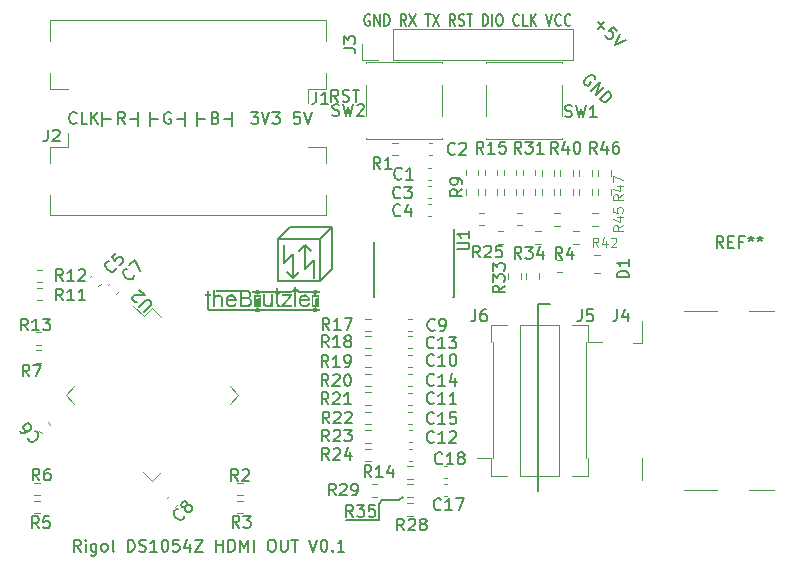
<source format=gbr>
%TF.GenerationSoftware,KiCad,Pcbnew,(6.0.7)*%
%TF.CreationDate,2022-10-26T00:08:39+02:00*%
%TF.ProjectId,TTL_to_HDMI,54544c5f-746f-45f4-9844-4d492e6b6963,rev?*%
%TF.SameCoordinates,Original*%
%TF.FileFunction,Legend,Top*%
%TF.FilePolarity,Positive*%
%FSLAX46Y46*%
G04 Gerber Fmt 4.6, Leading zero omitted, Abs format (unit mm)*
G04 Created by KiCad (PCBNEW (6.0.7)) date 2022-10-26 00:08:39*
%MOMM*%
%LPD*%
G01*
G04 APERTURE LIST*
%ADD10C,0.150000*%
%ADD11C,0.100000*%
%ADD12C,0.120000*%
G04 APERTURE END LIST*
D10*
X87100000Y-81300000D02*
X87100000Y-81900000D01*
X82100000Y-81300000D02*
X82100000Y-81900000D01*
X99750000Y-115300000D02*
X102500000Y-115300000D01*
X87800000Y-81300000D02*
X87100000Y-81300000D01*
X90100000Y-81300000D02*
X90100000Y-80700000D01*
D11*
X112200000Y-100200000D02*
X112200000Y-110000000D01*
D10*
X116000000Y-97000000D02*
X117000000Y-97000000D01*
X116000000Y-97000000D02*
X116000000Y-112800000D01*
X87100000Y-81300000D02*
X87100000Y-80700000D01*
X82100000Y-81300000D02*
X82100000Y-80700000D01*
D11*
X120000000Y-100200000D02*
X120000000Y-110000000D01*
D10*
X79100000Y-81300000D02*
X79100000Y-81900000D01*
X83100000Y-81300000D02*
X83100000Y-81900000D01*
X85400000Y-81300000D02*
X86100000Y-81300000D01*
X79100000Y-81300000D02*
X79100000Y-80700000D01*
X102800000Y-113625000D02*
X104225000Y-113625000D01*
X79800000Y-81300000D02*
X79100000Y-81300000D01*
X102500000Y-115300000D02*
X102500000Y-113925000D01*
X83800000Y-81300000D02*
X83100000Y-81300000D01*
X102500000Y-113925000D02*
X102800000Y-113625000D01*
X86100000Y-81300000D02*
X86100000Y-81900000D01*
X81400000Y-81300000D02*
X82100000Y-81300000D01*
X86100000Y-81300000D02*
X86100000Y-80700000D01*
X90100000Y-81300000D02*
X90100000Y-81900000D01*
X104225000Y-113625000D02*
X104525000Y-113325000D01*
X83100000Y-81300000D02*
X83100000Y-80700000D01*
X89400000Y-81300000D02*
X90100000Y-81300000D01*
X91661904Y-80752380D02*
X92280952Y-80752380D01*
X91947619Y-81133333D01*
X92090476Y-81133333D01*
X92185714Y-81180952D01*
X92233333Y-81228571D01*
X92280952Y-81323809D01*
X92280952Y-81561904D01*
X92233333Y-81657142D01*
X92185714Y-81704761D01*
X92090476Y-81752380D01*
X91804761Y-81752380D01*
X91709523Y-81704761D01*
X91661904Y-81657142D01*
X92566666Y-80752380D02*
X92900000Y-81752380D01*
X93233333Y-80752380D01*
X93471428Y-80752380D02*
X94090476Y-80752380D01*
X93757142Y-81133333D01*
X93900000Y-81133333D01*
X93995238Y-81180952D01*
X94042857Y-81228571D01*
X94090476Y-81323809D01*
X94090476Y-81561904D01*
X94042857Y-81657142D01*
X93995238Y-81704761D01*
X93900000Y-81752380D01*
X93614285Y-81752380D01*
X93519047Y-81704761D01*
X93471428Y-81657142D01*
X84861904Y-80800000D02*
X84766666Y-80752380D01*
X84623809Y-80752380D01*
X84480952Y-80800000D01*
X84385714Y-80895238D01*
X84338095Y-80990476D01*
X84290476Y-81180952D01*
X84290476Y-81323809D01*
X84338095Y-81514285D01*
X84385714Y-81609523D01*
X84480952Y-81704761D01*
X84623809Y-81752380D01*
X84719047Y-81752380D01*
X84861904Y-81704761D01*
X84909523Y-81657142D01*
X84909523Y-81323809D01*
X84719047Y-81323809D01*
X77242857Y-117952380D02*
X76909523Y-117476190D01*
X76671428Y-117952380D02*
X76671428Y-116952380D01*
X77052380Y-116952380D01*
X77147619Y-117000000D01*
X77195238Y-117047619D01*
X77242857Y-117142857D01*
X77242857Y-117285714D01*
X77195238Y-117380952D01*
X77147619Y-117428571D01*
X77052380Y-117476190D01*
X76671428Y-117476190D01*
X77671428Y-117952380D02*
X77671428Y-117285714D01*
X77671428Y-116952380D02*
X77623809Y-117000000D01*
X77671428Y-117047619D01*
X77719047Y-117000000D01*
X77671428Y-116952380D01*
X77671428Y-117047619D01*
X78576190Y-117285714D02*
X78576190Y-118095238D01*
X78528571Y-118190476D01*
X78480952Y-118238095D01*
X78385714Y-118285714D01*
X78242857Y-118285714D01*
X78147619Y-118238095D01*
X78576190Y-117904761D02*
X78480952Y-117952380D01*
X78290476Y-117952380D01*
X78195238Y-117904761D01*
X78147619Y-117857142D01*
X78100000Y-117761904D01*
X78100000Y-117476190D01*
X78147619Y-117380952D01*
X78195238Y-117333333D01*
X78290476Y-117285714D01*
X78480952Y-117285714D01*
X78576190Y-117333333D01*
X79195238Y-117952380D02*
X79100000Y-117904761D01*
X79052380Y-117857142D01*
X79004761Y-117761904D01*
X79004761Y-117476190D01*
X79052380Y-117380952D01*
X79100000Y-117333333D01*
X79195238Y-117285714D01*
X79338095Y-117285714D01*
X79433333Y-117333333D01*
X79480952Y-117380952D01*
X79528571Y-117476190D01*
X79528571Y-117761904D01*
X79480952Y-117857142D01*
X79433333Y-117904761D01*
X79338095Y-117952380D01*
X79195238Y-117952380D01*
X80100000Y-117952380D02*
X80004761Y-117904761D01*
X79957142Y-117809523D01*
X79957142Y-116952380D01*
X81242857Y-117952380D02*
X81242857Y-116952380D01*
X81480952Y-116952380D01*
X81623809Y-117000000D01*
X81719047Y-117095238D01*
X81766666Y-117190476D01*
X81814285Y-117380952D01*
X81814285Y-117523809D01*
X81766666Y-117714285D01*
X81719047Y-117809523D01*
X81623809Y-117904761D01*
X81480952Y-117952380D01*
X81242857Y-117952380D01*
X82195238Y-117904761D02*
X82338095Y-117952380D01*
X82576190Y-117952380D01*
X82671428Y-117904761D01*
X82719047Y-117857142D01*
X82766666Y-117761904D01*
X82766666Y-117666666D01*
X82719047Y-117571428D01*
X82671428Y-117523809D01*
X82576190Y-117476190D01*
X82385714Y-117428571D01*
X82290476Y-117380952D01*
X82242857Y-117333333D01*
X82195238Y-117238095D01*
X82195238Y-117142857D01*
X82242857Y-117047619D01*
X82290476Y-117000000D01*
X82385714Y-116952380D01*
X82623809Y-116952380D01*
X82766666Y-117000000D01*
X83719047Y-117952380D02*
X83147619Y-117952380D01*
X83433333Y-117952380D02*
X83433333Y-116952380D01*
X83338095Y-117095238D01*
X83242857Y-117190476D01*
X83147619Y-117238095D01*
X84338095Y-116952380D02*
X84433333Y-116952380D01*
X84528571Y-117000000D01*
X84576190Y-117047619D01*
X84623809Y-117142857D01*
X84671428Y-117333333D01*
X84671428Y-117571428D01*
X84623809Y-117761904D01*
X84576190Y-117857142D01*
X84528571Y-117904761D01*
X84433333Y-117952380D01*
X84338095Y-117952380D01*
X84242857Y-117904761D01*
X84195238Y-117857142D01*
X84147619Y-117761904D01*
X84100000Y-117571428D01*
X84100000Y-117333333D01*
X84147619Y-117142857D01*
X84195238Y-117047619D01*
X84242857Y-117000000D01*
X84338095Y-116952380D01*
X85576190Y-116952380D02*
X85100000Y-116952380D01*
X85052380Y-117428571D01*
X85100000Y-117380952D01*
X85195238Y-117333333D01*
X85433333Y-117333333D01*
X85528571Y-117380952D01*
X85576190Y-117428571D01*
X85623809Y-117523809D01*
X85623809Y-117761904D01*
X85576190Y-117857142D01*
X85528571Y-117904761D01*
X85433333Y-117952380D01*
X85195238Y-117952380D01*
X85100000Y-117904761D01*
X85052380Y-117857142D01*
X86480952Y-117285714D02*
X86480952Y-117952380D01*
X86242857Y-116904761D02*
X86004761Y-117619047D01*
X86623809Y-117619047D01*
X86909523Y-116952380D02*
X87576190Y-116952380D01*
X86909523Y-117952380D01*
X87576190Y-117952380D01*
X88719047Y-117952380D02*
X88719047Y-116952380D01*
X88719047Y-117428571D02*
X89290476Y-117428571D01*
X89290476Y-117952380D02*
X89290476Y-116952380D01*
X89766666Y-117952380D02*
X89766666Y-116952380D01*
X90004761Y-116952380D01*
X90147619Y-117000000D01*
X90242857Y-117095238D01*
X90290476Y-117190476D01*
X90338095Y-117380952D01*
X90338095Y-117523809D01*
X90290476Y-117714285D01*
X90242857Y-117809523D01*
X90147619Y-117904761D01*
X90004761Y-117952380D01*
X89766666Y-117952380D01*
X90766666Y-117952380D02*
X90766666Y-116952380D01*
X91099999Y-117666666D01*
X91433333Y-116952380D01*
X91433333Y-117952380D01*
X91909523Y-117952380D02*
X91909523Y-116952380D01*
X93338095Y-116952380D02*
X93528571Y-116952380D01*
X93623809Y-117000000D01*
X93719047Y-117095238D01*
X93766666Y-117285714D01*
X93766666Y-117619047D01*
X93719047Y-117809523D01*
X93623809Y-117904761D01*
X93528571Y-117952380D01*
X93338095Y-117952380D01*
X93242857Y-117904761D01*
X93147619Y-117809523D01*
X93099999Y-117619047D01*
X93099999Y-117285714D01*
X93147619Y-117095238D01*
X93242857Y-117000000D01*
X93338095Y-116952380D01*
X94195238Y-116952380D02*
X94195238Y-117761904D01*
X94242857Y-117857142D01*
X94290476Y-117904761D01*
X94385714Y-117952380D01*
X94576190Y-117952380D01*
X94671428Y-117904761D01*
X94719047Y-117857142D01*
X94766666Y-117761904D01*
X94766666Y-116952380D01*
X95099999Y-116952380D02*
X95671428Y-116952380D01*
X95385714Y-117952380D02*
X95385714Y-116952380D01*
X96623809Y-116952380D02*
X96957142Y-117952380D01*
X97290476Y-116952380D01*
X97814285Y-116952380D02*
X97909523Y-116952380D01*
X98004761Y-117000000D01*
X98052380Y-117047619D01*
X98099999Y-117142857D01*
X98147619Y-117333333D01*
X98147619Y-117571428D01*
X98099999Y-117761904D01*
X98052380Y-117857142D01*
X98004761Y-117904761D01*
X97909523Y-117952380D01*
X97814285Y-117952380D01*
X97719047Y-117904761D01*
X97671428Y-117857142D01*
X97623809Y-117761904D01*
X97576190Y-117571428D01*
X97576190Y-117333333D01*
X97623809Y-117142857D01*
X97671428Y-117047619D01*
X97719047Y-117000000D01*
X97814285Y-116952380D01*
X98576190Y-117857142D02*
X98623809Y-117904761D01*
X98576190Y-117952380D01*
X98528571Y-117904761D01*
X98576190Y-117857142D01*
X98576190Y-117952380D01*
X99576190Y-117952380D02*
X99004761Y-117952380D01*
X99290476Y-117952380D02*
X99290476Y-116952380D01*
X99195238Y-117095238D01*
X99099999Y-117190476D01*
X99004761Y-117238095D01*
X95809523Y-80752380D02*
X95333333Y-80752380D01*
X95285714Y-81228571D01*
X95333333Y-81180952D01*
X95428571Y-81133333D01*
X95666666Y-81133333D01*
X95761904Y-81180952D01*
X95809523Y-81228571D01*
X95857142Y-81323809D01*
X95857142Y-81561904D01*
X95809523Y-81657142D01*
X95761904Y-81704761D01*
X95666666Y-81752380D01*
X95428571Y-81752380D01*
X95333333Y-81704761D01*
X95285714Y-81657142D01*
X96142857Y-80752380D02*
X96476190Y-81752380D01*
X96809523Y-80752380D01*
X99052380Y-79852380D02*
X98719047Y-79376190D01*
X98480952Y-79852380D02*
X98480952Y-78852380D01*
X98861904Y-78852380D01*
X98957142Y-78900000D01*
X99004761Y-78947619D01*
X99052380Y-79042857D01*
X99052380Y-79185714D01*
X99004761Y-79280952D01*
X98957142Y-79328571D01*
X98861904Y-79376190D01*
X98480952Y-79376190D01*
X99433333Y-79804761D02*
X99576190Y-79852380D01*
X99814285Y-79852380D01*
X99909523Y-79804761D01*
X99957142Y-79757142D01*
X100004761Y-79661904D01*
X100004761Y-79566666D01*
X99957142Y-79471428D01*
X99909523Y-79423809D01*
X99814285Y-79376190D01*
X99623809Y-79328571D01*
X99528571Y-79280952D01*
X99480952Y-79233333D01*
X99433333Y-79138095D01*
X99433333Y-79042857D01*
X99480952Y-78947619D01*
X99528571Y-78900000D01*
X99623809Y-78852380D01*
X99861904Y-78852380D01*
X100004761Y-78900000D01*
X100290476Y-78852380D02*
X100861904Y-78852380D01*
X100576190Y-79852380D02*
X100576190Y-78852380D01*
X81009523Y-81752380D02*
X80676190Y-81276190D01*
X80438095Y-81752380D02*
X80438095Y-80752380D01*
X80819047Y-80752380D01*
X80914285Y-80800000D01*
X80961904Y-80847619D01*
X81009523Y-80942857D01*
X81009523Y-81085714D01*
X80961904Y-81180952D01*
X80914285Y-81228571D01*
X80819047Y-81276190D01*
X80438095Y-81276190D01*
X121040355Y-73141370D02*
X121579103Y-73680118D01*
X121040355Y-73680118D02*
X121579103Y-73141370D01*
X122690270Y-73915820D02*
X122353553Y-73579103D01*
X121983164Y-73882148D01*
X122050507Y-73882148D01*
X122151522Y-73915820D01*
X122319881Y-74084179D01*
X122353553Y-74185194D01*
X122353553Y-74252538D01*
X122319881Y-74353553D01*
X122151522Y-74521912D01*
X122050507Y-74555583D01*
X121983164Y-74555583D01*
X121882148Y-74521912D01*
X121713790Y-74353553D01*
X121680118Y-74252538D01*
X121680118Y-74185194D01*
X122925973Y-74151522D02*
X122454568Y-75094331D01*
X123397377Y-74622927D01*
X120814805Y-77907698D02*
X120781133Y-77806683D01*
X120680118Y-77705668D01*
X120545431Y-77638324D01*
X120410744Y-77638324D01*
X120309729Y-77671996D01*
X120141370Y-77773011D01*
X120040355Y-77874026D01*
X119939339Y-78042385D01*
X119905668Y-78143400D01*
X119905668Y-78278087D01*
X119973011Y-78412774D01*
X120040355Y-78480118D01*
X120175042Y-78547461D01*
X120242385Y-78547461D01*
X120478087Y-78311759D01*
X120343400Y-78177072D01*
X120478087Y-78917851D02*
X121185194Y-78210744D01*
X120882148Y-79321912D01*
X121589255Y-78614805D01*
X121218866Y-79658629D02*
X121925973Y-78951522D01*
X122094331Y-79119881D01*
X122161675Y-79254568D01*
X122161675Y-79389255D01*
X122128003Y-79490270D01*
X122026988Y-79658629D01*
X121925973Y-79759644D01*
X121757614Y-79860660D01*
X121656599Y-79894331D01*
X121521912Y-79894331D01*
X121387225Y-79826988D01*
X121218866Y-79658629D01*
X88671428Y-81228571D02*
X88814285Y-81276190D01*
X88861904Y-81323809D01*
X88909523Y-81419047D01*
X88909523Y-81561904D01*
X88861904Y-81657142D01*
X88814285Y-81704761D01*
X88719047Y-81752380D01*
X88338095Y-81752380D01*
X88338095Y-80752380D01*
X88671428Y-80752380D01*
X88766666Y-80800000D01*
X88814285Y-80847619D01*
X88861904Y-80942857D01*
X88861904Y-81038095D01*
X88814285Y-81133333D01*
X88766666Y-81180952D01*
X88671428Y-81228571D01*
X88338095Y-81228571D01*
X101733333Y-72500000D02*
X101657142Y-72452380D01*
X101542857Y-72452380D01*
X101428571Y-72500000D01*
X101352380Y-72595238D01*
X101314285Y-72690476D01*
X101276190Y-72880952D01*
X101276190Y-73023809D01*
X101314285Y-73214285D01*
X101352380Y-73309523D01*
X101428571Y-73404761D01*
X101542857Y-73452380D01*
X101619047Y-73452380D01*
X101733333Y-73404761D01*
X101771428Y-73357142D01*
X101771428Y-73023809D01*
X101619047Y-73023809D01*
X102114285Y-73452380D02*
X102114285Y-72452380D01*
X102571428Y-73452380D01*
X102571428Y-72452380D01*
X102952380Y-73452380D02*
X102952380Y-72452380D01*
X103142857Y-72452380D01*
X103257142Y-72500000D01*
X103333333Y-72595238D01*
X103371428Y-72690476D01*
X103409523Y-72880952D01*
X103409523Y-73023809D01*
X103371428Y-73214285D01*
X103333333Y-73309523D01*
X103257142Y-73404761D01*
X103142857Y-73452380D01*
X102952380Y-73452380D01*
X104819047Y-73452380D02*
X104552380Y-72976190D01*
X104361904Y-73452380D02*
X104361904Y-72452380D01*
X104666666Y-72452380D01*
X104742857Y-72500000D01*
X104780952Y-72547619D01*
X104819047Y-72642857D01*
X104819047Y-72785714D01*
X104780952Y-72880952D01*
X104742857Y-72928571D01*
X104666666Y-72976190D01*
X104361904Y-72976190D01*
X105085714Y-72452380D02*
X105619047Y-73452380D01*
X105619047Y-72452380D02*
X105085714Y-73452380D01*
X106419047Y-72452380D02*
X106876190Y-72452380D01*
X106647619Y-73452380D02*
X106647619Y-72452380D01*
X107066666Y-72452380D02*
X107600000Y-73452380D01*
X107600000Y-72452380D02*
X107066666Y-73452380D01*
X108971428Y-73452380D02*
X108704761Y-72976190D01*
X108514285Y-73452380D02*
X108514285Y-72452380D01*
X108819047Y-72452380D01*
X108895238Y-72500000D01*
X108933333Y-72547619D01*
X108971428Y-72642857D01*
X108971428Y-72785714D01*
X108933333Y-72880952D01*
X108895238Y-72928571D01*
X108819047Y-72976190D01*
X108514285Y-72976190D01*
X109276190Y-73404761D02*
X109390476Y-73452380D01*
X109580952Y-73452380D01*
X109657142Y-73404761D01*
X109695238Y-73357142D01*
X109733333Y-73261904D01*
X109733333Y-73166666D01*
X109695238Y-73071428D01*
X109657142Y-73023809D01*
X109580952Y-72976190D01*
X109428571Y-72928571D01*
X109352380Y-72880952D01*
X109314285Y-72833333D01*
X109276190Y-72738095D01*
X109276190Y-72642857D01*
X109314285Y-72547619D01*
X109352380Y-72500000D01*
X109428571Y-72452380D01*
X109619047Y-72452380D01*
X109733333Y-72500000D01*
X109961904Y-72452380D02*
X110419047Y-72452380D01*
X110190476Y-73452380D02*
X110190476Y-72452380D01*
X111295238Y-73452380D02*
X111295238Y-72452380D01*
X111485714Y-72452380D01*
X111600000Y-72500000D01*
X111676190Y-72595238D01*
X111714285Y-72690476D01*
X111752380Y-72880952D01*
X111752380Y-73023809D01*
X111714285Y-73214285D01*
X111676190Y-73309523D01*
X111600000Y-73404761D01*
X111485714Y-73452380D01*
X111295238Y-73452380D01*
X112095238Y-73452380D02*
X112095238Y-72452380D01*
X112628571Y-72452380D02*
X112780952Y-72452380D01*
X112857142Y-72500000D01*
X112933333Y-72595238D01*
X112971428Y-72785714D01*
X112971428Y-73119047D01*
X112933333Y-73309523D01*
X112857142Y-73404761D01*
X112780952Y-73452380D01*
X112628571Y-73452380D01*
X112552380Y-73404761D01*
X112476190Y-73309523D01*
X112438095Y-73119047D01*
X112438095Y-72785714D01*
X112476190Y-72595238D01*
X112552380Y-72500000D01*
X112628571Y-72452380D01*
X114380952Y-73357142D02*
X114342857Y-73404761D01*
X114228571Y-73452380D01*
X114152380Y-73452380D01*
X114038095Y-73404761D01*
X113961904Y-73309523D01*
X113923809Y-73214285D01*
X113885714Y-73023809D01*
X113885714Y-72880952D01*
X113923809Y-72690476D01*
X113961904Y-72595238D01*
X114038095Y-72500000D01*
X114152380Y-72452380D01*
X114228571Y-72452380D01*
X114342857Y-72500000D01*
X114380952Y-72547619D01*
X115104761Y-73452380D02*
X114723809Y-73452380D01*
X114723809Y-72452380D01*
X115371428Y-73452380D02*
X115371428Y-72452380D01*
X115828571Y-73452380D02*
X115485714Y-72880952D01*
X115828571Y-72452380D02*
X115371428Y-73023809D01*
X116666666Y-72452380D02*
X116933333Y-73452380D01*
X117200000Y-72452380D01*
X117923809Y-73357142D02*
X117885714Y-73404761D01*
X117771428Y-73452380D01*
X117695238Y-73452380D01*
X117580952Y-73404761D01*
X117504761Y-73309523D01*
X117466666Y-73214285D01*
X117428571Y-73023809D01*
X117428571Y-72880952D01*
X117466666Y-72690476D01*
X117504761Y-72595238D01*
X117580952Y-72500000D01*
X117695238Y-72452380D01*
X117771428Y-72452380D01*
X117885714Y-72500000D01*
X117923809Y-72547619D01*
X118723809Y-73357142D02*
X118685714Y-73404761D01*
X118571428Y-73452380D01*
X118495238Y-73452380D01*
X118380952Y-73404761D01*
X118304761Y-73309523D01*
X118266666Y-73214285D01*
X118228571Y-73023809D01*
X118228571Y-72880952D01*
X118266666Y-72690476D01*
X118304761Y-72595238D01*
X118380952Y-72500000D01*
X118495238Y-72452380D01*
X118571428Y-72452380D01*
X118685714Y-72500000D01*
X118723809Y-72547619D01*
X76904761Y-81657142D02*
X76857142Y-81704761D01*
X76714285Y-81752380D01*
X76619047Y-81752380D01*
X76476190Y-81704761D01*
X76380952Y-81609523D01*
X76333333Y-81514285D01*
X76285714Y-81323809D01*
X76285714Y-81180952D01*
X76333333Y-80990476D01*
X76380952Y-80895238D01*
X76476190Y-80800000D01*
X76619047Y-80752380D01*
X76714285Y-80752380D01*
X76857142Y-80800000D01*
X76904761Y-80847619D01*
X77809523Y-81752380D02*
X77333333Y-81752380D01*
X77333333Y-80752380D01*
X78142857Y-81752380D02*
X78142857Y-80752380D01*
X78714285Y-81752380D02*
X78285714Y-81180952D01*
X78714285Y-80752380D02*
X78142857Y-81323809D01*
%TO.C,R3*%
X90683333Y-115927380D02*
X90350000Y-115451190D01*
X90111904Y-115927380D02*
X90111904Y-114927380D01*
X90492857Y-114927380D01*
X90588095Y-114975000D01*
X90635714Y-115022619D01*
X90683333Y-115117857D01*
X90683333Y-115260714D01*
X90635714Y-115355952D01*
X90588095Y-115403571D01*
X90492857Y-115451190D01*
X90111904Y-115451190D01*
X91016666Y-114927380D02*
X91635714Y-114927380D01*
X91302380Y-115308333D01*
X91445238Y-115308333D01*
X91540476Y-115355952D01*
X91588095Y-115403571D01*
X91635714Y-115498809D01*
X91635714Y-115736904D01*
X91588095Y-115832142D01*
X91540476Y-115879761D01*
X91445238Y-115927380D01*
X91159523Y-115927380D01*
X91064285Y-115879761D01*
X91016666Y-115832142D01*
%TO.C,D1*%
X123652380Y-94738095D02*
X122652380Y-94738095D01*
X122652380Y-94500000D01*
X122700000Y-94357142D01*
X122795238Y-94261904D01*
X122890476Y-94214285D01*
X123080952Y-94166666D01*
X123223809Y-94166666D01*
X123414285Y-94214285D01*
X123509523Y-94261904D01*
X123604761Y-94357142D01*
X123652380Y-94500000D01*
X123652380Y-94738095D01*
X123652380Y-93214285D02*
X123652380Y-93785714D01*
X123652380Y-93500000D02*
X122652380Y-93500000D01*
X122795238Y-93595238D01*
X122890476Y-93690476D01*
X122938095Y-93785714D01*
%TO.C,C14*%
X107157142Y-103807142D02*
X107109523Y-103854761D01*
X106966666Y-103902380D01*
X106871428Y-103902380D01*
X106728571Y-103854761D01*
X106633333Y-103759523D01*
X106585714Y-103664285D01*
X106538095Y-103473809D01*
X106538095Y-103330952D01*
X106585714Y-103140476D01*
X106633333Y-103045238D01*
X106728571Y-102950000D01*
X106871428Y-102902380D01*
X106966666Y-102902380D01*
X107109523Y-102950000D01*
X107157142Y-102997619D01*
X108109523Y-103902380D02*
X107538095Y-103902380D01*
X107823809Y-103902380D02*
X107823809Y-102902380D01*
X107728571Y-103045238D01*
X107633333Y-103140476D01*
X107538095Y-103188095D01*
X108966666Y-103235714D02*
X108966666Y-103902380D01*
X108728571Y-102854761D02*
X108490476Y-103569047D01*
X109109523Y-103569047D01*
%TO.C,J6*%
X110666666Y-97452380D02*
X110666666Y-98166666D01*
X110619047Y-98309523D01*
X110523809Y-98404761D01*
X110380952Y-98452380D01*
X110285714Y-98452380D01*
X111571428Y-97452380D02*
X111380952Y-97452380D01*
X111285714Y-97500000D01*
X111238095Y-97547619D01*
X111142857Y-97690476D01*
X111095238Y-97880952D01*
X111095238Y-98261904D01*
X111142857Y-98357142D01*
X111190476Y-98404761D01*
X111285714Y-98452380D01*
X111476190Y-98452380D01*
X111571428Y-98404761D01*
X111619047Y-98357142D01*
X111666666Y-98261904D01*
X111666666Y-98023809D01*
X111619047Y-97928571D01*
X111571428Y-97880952D01*
X111476190Y-97833333D01*
X111285714Y-97833333D01*
X111190476Y-97880952D01*
X111142857Y-97928571D01*
X111095238Y-98023809D01*
%TO.C,R22*%
X98307142Y-107102380D02*
X97973809Y-106626190D01*
X97735714Y-107102380D02*
X97735714Y-106102380D01*
X98116666Y-106102380D01*
X98211904Y-106150000D01*
X98259523Y-106197619D01*
X98307142Y-106292857D01*
X98307142Y-106435714D01*
X98259523Y-106530952D01*
X98211904Y-106578571D01*
X98116666Y-106626190D01*
X97735714Y-106626190D01*
X98688095Y-106197619D02*
X98735714Y-106150000D01*
X98830952Y-106102380D01*
X99069047Y-106102380D01*
X99164285Y-106150000D01*
X99211904Y-106197619D01*
X99259523Y-106292857D01*
X99259523Y-106388095D01*
X99211904Y-106530952D01*
X98640476Y-107102380D01*
X99259523Y-107102380D01*
X99640476Y-106197619D02*
X99688095Y-106150000D01*
X99783333Y-106102380D01*
X100021428Y-106102380D01*
X100116666Y-106150000D01*
X100164285Y-106197619D01*
X100211904Y-106292857D01*
X100211904Y-106388095D01*
X100164285Y-106530952D01*
X99592857Y-107102380D01*
X100211904Y-107102380D01*
%TO.C,*%
%TO.C,C15*%
X107157142Y-107057142D02*
X107109523Y-107104761D01*
X106966666Y-107152380D01*
X106871428Y-107152380D01*
X106728571Y-107104761D01*
X106633333Y-107009523D01*
X106585714Y-106914285D01*
X106538095Y-106723809D01*
X106538095Y-106580952D01*
X106585714Y-106390476D01*
X106633333Y-106295238D01*
X106728571Y-106200000D01*
X106871428Y-106152380D01*
X106966666Y-106152380D01*
X107109523Y-106200000D01*
X107157142Y-106247619D01*
X108109523Y-107152380D02*
X107538095Y-107152380D01*
X107823809Y-107152380D02*
X107823809Y-106152380D01*
X107728571Y-106295238D01*
X107633333Y-106390476D01*
X107538095Y-106438095D01*
X109014285Y-106152380D02*
X108538095Y-106152380D01*
X108490476Y-106628571D01*
X108538095Y-106580952D01*
X108633333Y-106533333D01*
X108871428Y-106533333D01*
X108966666Y-106580952D01*
X109014285Y-106628571D01*
X109061904Y-106723809D01*
X109061904Y-106961904D01*
X109014285Y-107057142D01*
X108966666Y-107104761D01*
X108871428Y-107152380D01*
X108633333Y-107152380D01*
X108538095Y-107104761D01*
X108490476Y-107057142D01*
%TO.C,R12*%
X75757142Y-95052380D02*
X75423809Y-94576190D01*
X75185714Y-95052380D02*
X75185714Y-94052380D01*
X75566666Y-94052380D01*
X75661904Y-94100000D01*
X75709523Y-94147619D01*
X75757142Y-94242857D01*
X75757142Y-94385714D01*
X75709523Y-94480952D01*
X75661904Y-94528571D01*
X75566666Y-94576190D01*
X75185714Y-94576190D01*
X76709523Y-95052380D02*
X76138095Y-95052380D01*
X76423809Y-95052380D02*
X76423809Y-94052380D01*
X76328571Y-94195238D01*
X76233333Y-94290476D01*
X76138095Y-94338095D01*
X77090476Y-94147619D02*
X77138095Y-94100000D01*
X77233333Y-94052380D01*
X77471428Y-94052380D01*
X77566666Y-94100000D01*
X77614285Y-94147619D01*
X77661904Y-94242857D01*
X77661904Y-94338095D01*
X77614285Y-94480952D01*
X77042857Y-95052380D01*
X77661904Y-95052380D01*
%TO.C,R19*%
X98232142Y-102327380D02*
X97898809Y-101851190D01*
X97660714Y-102327380D02*
X97660714Y-101327380D01*
X98041666Y-101327380D01*
X98136904Y-101375000D01*
X98184523Y-101422619D01*
X98232142Y-101517857D01*
X98232142Y-101660714D01*
X98184523Y-101755952D01*
X98136904Y-101803571D01*
X98041666Y-101851190D01*
X97660714Y-101851190D01*
X99184523Y-102327380D02*
X98613095Y-102327380D01*
X98898809Y-102327380D02*
X98898809Y-101327380D01*
X98803571Y-101470238D01*
X98708333Y-101565476D01*
X98613095Y-101613095D01*
X99660714Y-102327380D02*
X99851190Y-102327380D01*
X99946428Y-102279761D01*
X99994047Y-102232142D01*
X100089285Y-102089285D01*
X100136904Y-101898809D01*
X100136904Y-101517857D01*
X100089285Y-101422619D01*
X100041666Y-101375000D01*
X99946428Y-101327380D01*
X99755952Y-101327380D01*
X99660714Y-101375000D01*
X99613095Y-101422619D01*
X99565476Y-101517857D01*
X99565476Y-101755952D01*
X99613095Y-101851190D01*
X99660714Y-101898809D01*
X99755952Y-101946428D01*
X99946428Y-101946428D01*
X100041666Y-101898809D01*
X100089285Y-101851190D01*
X100136904Y-101755952D01*
%TO.C,R18*%
X98257142Y-100652380D02*
X97923809Y-100176190D01*
X97685714Y-100652380D02*
X97685714Y-99652380D01*
X98066666Y-99652380D01*
X98161904Y-99700000D01*
X98209523Y-99747619D01*
X98257142Y-99842857D01*
X98257142Y-99985714D01*
X98209523Y-100080952D01*
X98161904Y-100128571D01*
X98066666Y-100176190D01*
X97685714Y-100176190D01*
X99209523Y-100652380D02*
X98638095Y-100652380D01*
X98923809Y-100652380D02*
X98923809Y-99652380D01*
X98828571Y-99795238D01*
X98733333Y-99890476D01*
X98638095Y-99938095D01*
X99780952Y-100080952D02*
X99685714Y-100033333D01*
X99638095Y-99985714D01*
X99590476Y-99890476D01*
X99590476Y-99842857D01*
X99638095Y-99747619D01*
X99685714Y-99700000D01*
X99780952Y-99652380D01*
X99971428Y-99652380D01*
X100066666Y-99700000D01*
X100114285Y-99747619D01*
X100161904Y-99842857D01*
X100161904Y-99890476D01*
X100114285Y-99985714D01*
X100066666Y-100033333D01*
X99971428Y-100080952D01*
X99780952Y-100080952D01*
X99685714Y-100128571D01*
X99638095Y-100176190D01*
X99590476Y-100271428D01*
X99590476Y-100461904D01*
X99638095Y-100557142D01*
X99685714Y-100604761D01*
X99780952Y-100652380D01*
X99971428Y-100652380D01*
X100066666Y-100604761D01*
X100114285Y-100557142D01*
X100161904Y-100461904D01*
X100161904Y-100271428D01*
X100114285Y-100176190D01*
X100066666Y-100128571D01*
X99971428Y-100080952D01*
%TO.C,R28*%
X104632142Y-116152380D02*
X104298809Y-115676190D01*
X104060714Y-116152380D02*
X104060714Y-115152380D01*
X104441666Y-115152380D01*
X104536904Y-115200000D01*
X104584523Y-115247619D01*
X104632142Y-115342857D01*
X104632142Y-115485714D01*
X104584523Y-115580952D01*
X104536904Y-115628571D01*
X104441666Y-115676190D01*
X104060714Y-115676190D01*
X105013095Y-115247619D02*
X105060714Y-115200000D01*
X105155952Y-115152380D01*
X105394047Y-115152380D01*
X105489285Y-115200000D01*
X105536904Y-115247619D01*
X105584523Y-115342857D01*
X105584523Y-115438095D01*
X105536904Y-115580952D01*
X104965476Y-116152380D01*
X105584523Y-116152380D01*
X106155952Y-115580952D02*
X106060714Y-115533333D01*
X106013095Y-115485714D01*
X105965476Y-115390476D01*
X105965476Y-115342857D01*
X106013095Y-115247619D01*
X106060714Y-115200000D01*
X106155952Y-115152380D01*
X106346428Y-115152380D01*
X106441666Y-115200000D01*
X106489285Y-115247619D01*
X106536904Y-115342857D01*
X106536904Y-115390476D01*
X106489285Y-115485714D01*
X106441666Y-115533333D01*
X106346428Y-115580952D01*
X106155952Y-115580952D01*
X106060714Y-115628571D01*
X106013095Y-115676190D01*
X105965476Y-115771428D01*
X105965476Y-115961904D01*
X106013095Y-116057142D01*
X106060714Y-116104761D01*
X106155952Y-116152380D01*
X106346428Y-116152380D01*
X106441666Y-116104761D01*
X106489285Y-116057142D01*
X106536904Y-115961904D01*
X106536904Y-115771428D01*
X106489285Y-115676190D01*
X106441666Y-115628571D01*
X106346428Y-115580952D01*
%TO.C,R6*%
X73758333Y-111927380D02*
X73425000Y-111451190D01*
X73186904Y-111927380D02*
X73186904Y-110927380D01*
X73567857Y-110927380D01*
X73663095Y-110975000D01*
X73710714Y-111022619D01*
X73758333Y-111117857D01*
X73758333Y-111260714D01*
X73710714Y-111355952D01*
X73663095Y-111403571D01*
X73567857Y-111451190D01*
X73186904Y-111451190D01*
X74615476Y-110927380D02*
X74425000Y-110927380D01*
X74329761Y-110975000D01*
X74282142Y-111022619D01*
X74186904Y-111165476D01*
X74139285Y-111355952D01*
X74139285Y-111736904D01*
X74186904Y-111832142D01*
X74234523Y-111879761D01*
X74329761Y-111927380D01*
X74520238Y-111927380D01*
X74615476Y-111879761D01*
X74663095Y-111832142D01*
X74710714Y-111736904D01*
X74710714Y-111498809D01*
X74663095Y-111403571D01*
X74615476Y-111355952D01*
X74520238Y-111308333D01*
X74329761Y-111308333D01*
X74234523Y-111355952D01*
X74186904Y-111403571D01*
X74139285Y-111498809D01*
%TO.C,C18*%
X107857142Y-110457142D02*
X107809523Y-110504761D01*
X107666666Y-110552380D01*
X107571428Y-110552380D01*
X107428571Y-110504761D01*
X107333333Y-110409523D01*
X107285714Y-110314285D01*
X107238095Y-110123809D01*
X107238095Y-109980952D01*
X107285714Y-109790476D01*
X107333333Y-109695238D01*
X107428571Y-109600000D01*
X107571428Y-109552380D01*
X107666666Y-109552380D01*
X107809523Y-109600000D01*
X107857142Y-109647619D01*
X108809523Y-110552380D02*
X108238095Y-110552380D01*
X108523809Y-110552380D02*
X108523809Y-109552380D01*
X108428571Y-109695238D01*
X108333333Y-109790476D01*
X108238095Y-109838095D01*
X109380952Y-109980952D02*
X109285714Y-109933333D01*
X109238095Y-109885714D01*
X109190476Y-109790476D01*
X109190476Y-109742857D01*
X109238095Y-109647619D01*
X109285714Y-109600000D01*
X109380952Y-109552380D01*
X109571428Y-109552380D01*
X109666666Y-109600000D01*
X109714285Y-109647619D01*
X109761904Y-109742857D01*
X109761904Y-109790476D01*
X109714285Y-109885714D01*
X109666666Y-109933333D01*
X109571428Y-109980952D01*
X109380952Y-109980952D01*
X109285714Y-110028571D01*
X109238095Y-110076190D01*
X109190476Y-110171428D01*
X109190476Y-110361904D01*
X109238095Y-110457142D01*
X109285714Y-110504761D01*
X109380952Y-110552380D01*
X109571428Y-110552380D01*
X109666666Y-110504761D01*
X109714285Y-110457142D01*
X109761904Y-110361904D01*
X109761904Y-110171428D01*
X109714285Y-110076190D01*
X109666666Y-110028571D01*
X109571428Y-109980952D01*
%TO.C,C8*%
X86034687Y-114920389D02*
X86034687Y-114987732D01*
X85967343Y-115122419D01*
X85900000Y-115189763D01*
X85765312Y-115257106D01*
X85630625Y-115257106D01*
X85529610Y-115223435D01*
X85361251Y-115122419D01*
X85260236Y-115021404D01*
X85159221Y-114853045D01*
X85125549Y-114752030D01*
X85125549Y-114617343D01*
X85192893Y-114482656D01*
X85260236Y-114415312D01*
X85394923Y-114347969D01*
X85462267Y-114347969D01*
X86102030Y-114179610D02*
X86001015Y-114213282D01*
X85933671Y-114213282D01*
X85832656Y-114179610D01*
X85798984Y-114145938D01*
X85765312Y-114044923D01*
X85765312Y-113977580D01*
X85798984Y-113876564D01*
X85933671Y-113741877D01*
X86034687Y-113708206D01*
X86102030Y-113708206D01*
X86203045Y-113741877D01*
X86236717Y-113775549D01*
X86270389Y-113876564D01*
X86270389Y-113943908D01*
X86236717Y-114044923D01*
X86102030Y-114179610D01*
X86068358Y-114280625D01*
X86068358Y-114347969D01*
X86102030Y-114448984D01*
X86236717Y-114583671D01*
X86337732Y-114617343D01*
X86405076Y-114617343D01*
X86506091Y-114583671D01*
X86640778Y-114448984D01*
X86674450Y-114347969D01*
X86674450Y-114280625D01*
X86640778Y-114179610D01*
X86506091Y-114044923D01*
X86405076Y-114011251D01*
X86337732Y-114011251D01*
X86236717Y-114044923D01*
%TO.C,C2*%
X108933333Y-84257142D02*
X108885714Y-84304761D01*
X108742857Y-84352380D01*
X108647619Y-84352380D01*
X108504761Y-84304761D01*
X108409523Y-84209523D01*
X108361904Y-84114285D01*
X108314285Y-83923809D01*
X108314285Y-83780952D01*
X108361904Y-83590476D01*
X108409523Y-83495238D01*
X108504761Y-83400000D01*
X108647619Y-83352380D01*
X108742857Y-83352380D01*
X108885714Y-83400000D01*
X108933333Y-83447619D01*
X109314285Y-83447619D02*
X109361904Y-83400000D01*
X109457142Y-83352380D01*
X109695238Y-83352380D01*
X109790476Y-83400000D01*
X109838095Y-83447619D01*
X109885714Y-83542857D01*
X109885714Y-83638095D01*
X109838095Y-83780952D01*
X109266666Y-84352380D01*
X109885714Y-84352380D01*
%TO.C,R5*%
X73708333Y-115977380D02*
X73375000Y-115501190D01*
X73136904Y-115977380D02*
X73136904Y-114977380D01*
X73517857Y-114977380D01*
X73613095Y-115025000D01*
X73660714Y-115072619D01*
X73708333Y-115167857D01*
X73708333Y-115310714D01*
X73660714Y-115405952D01*
X73613095Y-115453571D01*
X73517857Y-115501190D01*
X73136904Y-115501190D01*
X74613095Y-114977380D02*
X74136904Y-114977380D01*
X74089285Y-115453571D01*
X74136904Y-115405952D01*
X74232142Y-115358333D01*
X74470238Y-115358333D01*
X74565476Y-115405952D01*
X74613095Y-115453571D01*
X74660714Y-115548809D01*
X74660714Y-115786904D01*
X74613095Y-115882142D01*
X74565476Y-115929761D01*
X74470238Y-115977380D01*
X74232142Y-115977380D01*
X74136904Y-115929761D01*
X74089285Y-115882142D01*
%TO.C,R33*%
X113152380Y-95442857D02*
X112676190Y-95776190D01*
X113152380Y-96014285D02*
X112152380Y-96014285D01*
X112152380Y-95633333D01*
X112200000Y-95538095D01*
X112247619Y-95490476D01*
X112342857Y-95442857D01*
X112485714Y-95442857D01*
X112580952Y-95490476D01*
X112628571Y-95538095D01*
X112676190Y-95633333D01*
X112676190Y-96014285D01*
X112152380Y-95109523D02*
X112152380Y-94490476D01*
X112533333Y-94823809D01*
X112533333Y-94680952D01*
X112580952Y-94585714D01*
X112628571Y-94538095D01*
X112723809Y-94490476D01*
X112961904Y-94490476D01*
X113057142Y-94538095D01*
X113104761Y-94585714D01*
X113152380Y-94680952D01*
X113152380Y-94966666D01*
X113104761Y-95061904D01*
X113057142Y-95109523D01*
X112152380Y-94157142D02*
X112152380Y-93538095D01*
X112533333Y-93871428D01*
X112533333Y-93728571D01*
X112580952Y-93633333D01*
X112628571Y-93585714D01*
X112723809Y-93538095D01*
X112961904Y-93538095D01*
X113057142Y-93585714D01*
X113104761Y-93633333D01*
X113152380Y-93728571D01*
X113152380Y-94014285D01*
X113104761Y-94109523D01*
X113057142Y-94157142D01*
%TO.C,U1*%
X109152380Y-92361904D02*
X109961904Y-92361904D01*
X110057142Y-92314285D01*
X110104761Y-92266666D01*
X110152380Y-92171428D01*
X110152380Y-91980952D01*
X110104761Y-91885714D01*
X110057142Y-91838095D01*
X109961904Y-91790476D01*
X109152380Y-91790476D01*
X110152380Y-90790476D02*
X110152380Y-91361904D01*
X110152380Y-91076190D02*
X109152380Y-91076190D01*
X109295238Y-91171428D01*
X109390476Y-91266666D01*
X109438095Y-91361904D01*
%TO.C,R4*%
X118033333Y-93177380D02*
X117700000Y-92701190D01*
X117461904Y-93177380D02*
X117461904Y-92177380D01*
X117842857Y-92177380D01*
X117938095Y-92225000D01*
X117985714Y-92272619D01*
X118033333Y-92367857D01*
X118033333Y-92510714D01*
X117985714Y-92605952D01*
X117938095Y-92653571D01*
X117842857Y-92701190D01*
X117461904Y-92701190D01*
X118890476Y-92510714D02*
X118890476Y-93177380D01*
X118652380Y-92129761D02*
X118414285Y-92844047D01*
X119033333Y-92844047D01*
%TO.C,C13*%
X107157142Y-100657142D02*
X107109523Y-100704761D01*
X106966666Y-100752380D01*
X106871428Y-100752380D01*
X106728571Y-100704761D01*
X106633333Y-100609523D01*
X106585714Y-100514285D01*
X106538095Y-100323809D01*
X106538095Y-100180952D01*
X106585714Y-99990476D01*
X106633333Y-99895238D01*
X106728571Y-99800000D01*
X106871428Y-99752380D01*
X106966666Y-99752380D01*
X107109523Y-99800000D01*
X107157142Y-99847619D01*
X108109523Y-100752380D02*
X107538095Y-100752380D01*
X107823809Y-100752380D02*
X107823809Y-99752380D01*
X107728571Y-99895238D01*
X107633333Y-99990476D01*
X107538095Y-100038095D01*
X108442857Y-99752380D02*
X109061904Y-99752380D01*
X108728571Y-100133333D01*
X108871428Y-100133333D01*
X108966666Y-100180952D01*
X109014285Y-100228571D01*
X109061904Y-100323809D01*
X109061904Y-100561904D01*
X109014285Y-100657142D01*
X108966666Y-100704761D01*
X108871428Y-100752380D01*
X108585714Y-100752380D01*
X108490476Y-100704761D01*
X108442857Y-100657142D01*
%TO.C,R14*%
X101857142Y-111652380D02*
X101523809Y-111176190D01*
X101285714Y-111652380D02*
X101285714Y-110652380D01*
X101666666Y-110652380D01*
X101761904Y-110700000D01*
X101809523Y-110747619D01*
X101857142Y-110842857D01*
X101857142Y-110985714D01*
X101809523Y-111080952D01*
X101761904Y-111128571D01*
X101666666Y-111176190D01*
X101285714Y-111176190D01*
X102809523Y-111652380D02*
X102238095Y-111652380D01*
X102523809Y-111652380D02*
X102523809Y-110652380D01*
X102428571Y-110795238D01*
X102333333Y-110890476D01*
X102238095Y-110938095D01*
X103666666Y-110985714D02*
X103666666Y-111652380D01*
X103428571Y-110604761D02*
X103190476Y-111319047D01*
X103809523Y-111319047D01*
%TO.C,R35*%
X100307142Y-115002380D02*
X99973809Y-114526190D01*
X99735714Y-115002380D02*
X99735714Y-114002380D01*
X100116666Y-114002380D01*
X100211904Y-114050000D01*
X100259523Y-114097619D01*
X100307142Y-114192857D01*
X100307142Y-114335714D01*
X100259523Y-114430952D01*
X100211904Y-114478571D01*
X100116666Y-114526190D01*
X99735714Y-114526190D01*
X100640476Y-114002380D02*
X101259523Y-114002380D01*
X100926190Y-114383333D01*
X101069047Y-114383333D01*
X101164285Y-114430952D01*
X101211904Y-114478571D01*
X101259523Y-114573809D01*
X101259523Y-114811904D01*
X101211904Y-114907142D01*
X101164285Y-114954761D01*
X101069047Y-115002380D01*
X100783333Y-115002380D01*
X100688095Y-114954761D01*
X100640476Y-114907142D01*
X102164285Y-114002380D02*
X101688095Y-114002380D01*
X101640476Y-114478571D01*
X101688095Y-114430952D01*
X101783333Y-114383333D01*
X102021428Y-114383333D01*
X102116666Y-114430952D01*
X102164285Y-114478571D01*
X102211904Y-114573809D01*
X102211904Y-114811904D01*
X102164285Y-114907142D01*
X102116666Y-114954761D01*
X102021428Y-115002380D01*
X101783333Y-115002380D01*
X101688095Y-114954761D01*
X101640476Y-114907142D01*
%TO.C,REF\u002A\u002A*%
X131666666Y-92252380D02*
X131333333Y-91776190D01*
X131095238Y-92252380D02*
X131095238Y-91252380D01*
X131476190Y-91252380D01*
X131571428Y-91300000D01*
X131619047Y-91347619D01*
X131666666Y-91442857D01*
X131666666Y-91585714D01*
X131619047Y-91680952D01*
X131571428Y-91728571D01*
X131476190Y-91776190D01*
X131095238Y-91776190D01*
X132095238Y-91728571D02*
X132428571Y-91728571D01*
X132571428Y-92252380D02*
X132095238Y-92252380D01*
X132095238Y-91252380D01*
X132571428Y-91252380D01*
X133333333Y-91728571D02*
X133000000Y-91728571D01*
X133000000Y-92252380D02*
X133000000Y-91252380D01*
X133476190Y-91252380D01*
X134000000Y-91252380D02*
X134000000Y-91490476D01*
X133761904Y-91395238D02*
X134000000Y-91490476D01*
X134238095Y-91395238D01*
X133857142Y-91680952D02*
X134000000Y-91490476D01*
X134142857Y-91680952D01*
X134761904Y-91252380D02*
X134761904Y-91490476D01*
X134523809Y-91395238D02*
X134761904Y-91490476D01*
X135000000Y-91395238D01*
X134619047Y-91680952D02*
X134761904Y-91490476D01*
X134904761Y-91680952D01*
%TO.C,J2*%
X74466666Y-82227380D02*
X74466666Y-82941666D01*
X74419047Y-83084523D01*
X74323809Y-83179761D01*
X74180952Y-83227380D01*
X74085714Y-83227380D01*
X74895238Y-82322619D02*
X74942857Y-82275000D01*
X75038095Y-82227380D01*
X75276190Y-82227380D01*
X75371428Y-82275000D01*
X75419047Y-82322619D01*
X75466666Y-82417857D01*
X75466666Y-82513095D01*
X75419047Y-82655952D01*
X74847619Y-83227380D01*
X75466666Y-83227380D01*
%TO.C,R31*%
X114557142Y-84252380D02*
X114223809Y-83776190D01*
X113985714Y-84252380D02*
X113985714Y-83252380D01*
X114366666Y-83252380D01*
X114461904Y-83300000D01*
X114509523Y-83347619D01*
X114557142Y-83442857D01*
X114557142Y-83585714D01*
X114509523Y-83680952D01*
X114461904Y-83728571D01*
X114366666Y-83776190D01*
X113985714Y-83776190D01*
X114890476Y-83252380D02*
X115509523Y-83252380D01*
X115176190Y-83633333D01*
X115319047Y-83633333D01*
X115414285Y-83680952D01*
X115461904Y-83728571D01*
X115509523Y-83823809D01*
X115509523Y-84061904D01*
X115461904Y-84157142D01*
X115414285Y-84204761D01*
X115319047Y-84252380D01*
X115033333Y-84252380D01*
X114938095Y-84204761D01*
X114890476Y-84157142D01*
X116461904Y-84252380D02*
X115890476Y-84252380D01*
X116176190Y-84252380D02*
X116176190Y-83252380D01*
X116080952Y-83395238D01*
X115985714Y-83490476D01*
X115890476Y-83538095D01*
%TO.C,SW2*%
X98566666Y-81004761D02*
X98709523Y-81052380D01*
X98947619Y-81052380D01*
X99042857Y-81004761D01*
X99090476Y-80957142D01*
X99138095Y-80861904D01*
X99138095Y-80766666D01*
X99090476Y-80671428D01*
X99042857Y-80623809D01*
X98947619Y-80576190D01*
X98757142Y-80528571D01*
X98661904Y-80480952D01*
X98614285Y-80433333D01*
X98566666Y-80338095D01*
X98566666Y-80242857D01*
X98614285Y-80147619D01*
X98661904Y-80100000D01*
X98757142Y-80052380D01*
X98995238Y-80052380D01*
X99138095Y-80100000D01*
X99471428Y-80052380D02*
X99709523Y-81052380D01*
X99900000Y-80338095D01*
X100090476Y-81052380D01*
X100328571Y-80052380D01*
X100661904Y-80147619D02*
X100709523Y-80100000D01*
X100804761Y-80052380D01*
X101042857Y-80052380D01*
X101138095Y-80100000D01*
X101185714Y-80147619D01*
X101233333Y-80242857D01*
X101233333Y-80338095D01*
X101185714Y-80480952D01*
X100614285Y-81052380D01*
X101233333Y-81052380D01*
%TO.C,R2*%
X90583333Y-111977380D02*
X90250000Y-111501190D01*
X90011904Y-111977380D02*
X90011904Y-110977380D01*
X90392857Y-110977380D01*
X90488095Y-111025000D01*
X90535714Y-111072619D01*
X90583333Y-111167857D01*
X90583333Y-111310714D01*
X90535714Y-111405952D01*
X90488095Y-111453571D01*
X90392857Y-111501190D01*
X90011904Y-111501190D01*
X90964285Y-111072619D02*
X91011904Y-111025000D01*
X91107142Y-110977380D01*
X91345238Y-110977380D01*
X91440476Y-111025000D01*
X91488095Y-111072619D01*
X91535714Y-111167857D01*
X91535714Y-111263095D01*
X91488095Y-111405952D01*
X90916666Y-111977380D01*
X91535714Y-111977380D01*
%TO.C,R46*%
X120957142Y-84252380D02*
X120623809Y-83776190D01*
X120385714Y-84252380D02*
X120385714Y-83252380D01*
X120766666Y-83252380D01*
X120861904Y-83300000D01*
X120909523Y-83347619D01*
X120957142Y-83442857D01*
X120957142Y-83585714D01*
X120909523Y-83680952D01*
X120861904Y-83728571D01*
X120766666Y-83776190D01*
X120385714Y-83776190D01*
X121814285Y-83585714D02*
X121814285Y-84252380D01*
X121576190Y-83204761D02*
X121338095Y-83919047D01*
X121957142Y-83919047D01*
X122766666Y-83252380D02*
X122576190Y-83252380D01*
X122480952Y-83300000D01*
X122433333Y-83347619D01*
X122338095Y-83490476D01*
X122290476Y-83680952D01*
X122290476Y-84061904D01*
X122338095Y-84157142D01*
X122385714Y-84204761D01*
X122480952Y-84252380D01*
X122671428Y-84252380D01*
X122766666Y-84204761D01*
X122814285Y-84157142D01*
X122861904Y-84061904D01*
X122861904Y-83823809D01*
X122814285Y-83728571D01*
X122766666Y-83680952D01*
X122671428Y-83633333D01*
X122480952Y-83633333D01*
X122385714Y-83680952D01*
X122338095Y-83728571D01*
X122290476Y-83823809D01*
%TO.C,R25*%
X111057142Y-93052380D02*
X110723809Y-92576190D01*
X110485714Y-93052380D02*
X110485714Y-92052380D01*
X110866666Y-92052380D01*
X110961904Y-92100000D01*
X111009523Y-92147619D01*
X111057142Y-92242857D01*
X111057142Y-92385714D01*
X111009523Y-92480952D01*
X110961904Y-92528571D01*
X110866666Y-92576190D01*
X110485714Y-92576190D01*
X111438095Y-92147619D02*
X111485714Y-92100000D01*
X111580952Y-92052380D01*
X111819047Y-92052380D01*
X111914285Y-92100000D01*
X111961904Y-92147619D01*
X112009523Y-92242857D01*
X112009523Y-92338095D01*
X111961904Y-92480952D01*
X111390476Y-93052380D01*
X112009523Y-93052380D01*
X112914285Y-92052380D02*
X112438095Y-92052380D01*
X112390476Y-92528571D01*
X112438095Y-92480952D01*
X112533333Y-92433333D01*
X112771428Y-92433333D01*
X112866666Y-92480952D01*
X112914285Y-92528571D01*
X112961904Y-92623809D01*
X112961904Y-92861904D01*
X112914285Y-92957142D01*
X112866666Y-93004761D01*
X112771428Y-93052380D01*
X112533333Y-93052380D01*
X112438095Y-93004761D01*
X112390476Y-92957142D01*
%TO.C,R34*%
X114557142Y-93152380D02*
X114223809Y-92676190D01*
X113985714Y-93152380D02*
X113985714Y-92152380D01*
X114366666Y-92152380D01*
X114461904Y-92200000D01*
X114509523Y-92247619D01*
X114557142Y-92342857D01*
X114557142Y-92485714D01*
X114509523Y-92580952D01*
X114461904Y-92628571D01*
X114366666Y-92676190D01*
X113985714Y-92676190D01*
X114890476Y-92152380D02*
X115509523Y-92152380D01*
X115176190Y-92533333D01*
X115319047Y-92533333D01*
X115414285Y-92580952D01*
X115461904Y-92628571D01*
X115509523Y-92723809D01*
X115509523Y-92961904D01*
X115461904Y-93057142D01*
X115414285Y-93104761D01*
X115319047Y-93152380D01*
X115033333Y-93152380D01*
X114938095Y-93104761D01*
X114890476Y-93057142D01*
X116366666Y-92485714D02*
X116366666Y-93152380D01*
X116128571Y-92104761D02*
X115890476Y-92819047D01*
X116509523Y-92819047D01*
%TO.C,R9*%
X109552380Y-87266666D02*
X109076190Y-87600000D01*
X109552380Y-87838095D02*
X108552380Y-87838095D01*
X108552380Y-87457142D01*
X108600000Y-87361904D01*
X108647619Y-87314285D01*
X108742857Y-87266666D01*
X108885714Y-87266666D01*
X108980952Y-87314285D01*
X109028571Y-87361904D01*
X109076190Y-87457142D01*
X109076190Y-87838095D01*
X109552380Y-86790476D02*
X109552380Y-86600000D01*
X109504761Y-86504761D01*
X109457142Y-86457142D01*
X109314285Y-86361904D01*
X109123809Y-86314285D01*
X108742857Y-86314285D01*
X108647619Y-86361904D01*
X108600000Y-86409523D01*
X108552380Y-86504761D01*
X108552380Y-86695238D01*
X108600000Y-86790476D01*
X108647619Y-86838095D01*
X108742857Y-86885714D01*
X108980952Y-86885714D01*
X109076190Y-86838095D01*
X109123809Y-86790476D01*
X109171428Y-86695238D01*
X109171428Y-86504761D01*
X109123809Y-86409523D01*
X109076190Y-86361904D01*
X108980952Y-86314285D01*
%TO.C,R13*%
X72782142Y-99227380D02*
X72448809Y-98751190D01*
X72210714Y-99227380D02*
X72210714Y-98227380D01*
X72591666Y-98227380D01*
X72686904Y-98275000D01*
X72734523Y-98322619D01*
X72782142Y-98417857D01*
X72782142Y-98560714D01*
X72734523Y-98655952D01*
X72686904Y-98703571D01*
X72591666Y-98751190D01*
X72210714Y-98751190D01*
X73734523Y-99227380D02*
X73163095Y-99227380D01*
X73448809Y-99227380D02*
X73448809Y-98227380D01*
X73353571Y-98370238D01*
X73258333Y-98465476D01*
X73163095Y-98513095D01*
X74067857Y-98227380D02*
X74686904Y-98227380D01*
X74353571Y-98608333D01*
X74496428Y-98608333D01*
X74591666Y-98655952D01*
X74639285Y-98703571D01*
X74686904Y-98798809D01*
X74686904Y-99036904D01*
X74639285Y-99132142D01*
X74591666Y-99179761D01*
X74496428Y-99227380D01*
X74210714Y-99227380D01*
X74115476Y-99179761D01*
X74067857Y-99132142D01*
%TO.C,C4*%
X104333333Y-89457142D02*
X104285714Y-89504761D01*
X104142857Y-89552380D01*
X104047619Y-89552380D01*
X103904761Y-89504761D01*
X103809523Y-89409523D01*
X103761904Y-89314285D01*
X103714285Y-89123809D01*
X103714285Y-88980952D01*
X103761904Y-88790476D01*
X103809523Y-88695238D01*
X103904761Y-88600000D01*
X104047619Y-88552380D01*
X104142857Y-88552380D01*
X104285714Y-88600000D01*
X104333333Y-88647619D01*
X105190476Y-88885714D02*
X105190476Y-89552380D01*
X104952380Y-88504761D02*
X104714285Y-89219047D01*
X105333333Y-89219047D01*
%TO.C,R20*%
X98232142Y-103927380D02*
X97898809Y-103451190D01*
X97660714Y-103927380D02*
X97660714Y-102927380D01*
X98041666Y-102927380D01*
X98136904Y-102975000D01*
X98184523Y-103022619D01*
X98232142Y-103117857D01*
X98232142Y-103260714D01*
X98184523Y-103355952D01*
X98136904Y-103403571D01*
X98041666Y-103451190D01*
X97660714Y-103451190D01*
X98613095Y-103022619D02*
X98660714Y-102975000D01*
X98755952Y-102927380D01*
X98994047Y-102927380D01*
X99089285Y-102975000D01*
X99136904Y-103022619D01*
X99184523Y-103117857D01*
X99184523Y-103213095D01*
X99136904Y-103355952D01*
X98565476Y-103927380D01*
X99184523Y-103927380D01*
X99803571Y-102927380D02*
X99898809Y-102927380D01*
X99994047Y-102975000D01*
X100041666Y-103022619D01*
X100089285Y-103117857D01*
X100136904Y-103308333D01*
X100136904Y-103546428D01*
X100089285Y-103736904D01*
X100041666Y-103832142D01*
X99994047Y-103879761D01*
X99898809Y-103927380D01*
X99803571Y-103927380D01*
X99708333Y-103879761D01*
X99660714Y-103832142D01*
X99613095Y-103736904D01*
X99565476Y-103546428D01*
X99565476Y-103308333D01*
X99613095Y-103117857D01*
X99660714Y-103022619D01*
X99708333Y-102975000D01*
X99803571Y-102927380D01*
%TO.C,R1*%
X102633333Y-85552380D02*
X102300000Y-85076190D01*
X102061904Y-85552380D02*
X102061904Y-84552380D01*
X102442857Y-84552380D01*
X102538095Y-84600000D01*
X102585714Y-84647619D01*
X102633333Y-84742857D01*
X102633333Y-84885714D01*
X102585714Y-84980952D01*
X102538095Y-85028571D01*
X102442857Y-85076190D01*
X102061904Y-85076190D01*
X103585714Y-85552380D02*
X103014285Y-85552380D01*
X103300000Y-85552380D02*
X103300000Y-84552380D01*
X103204761Y-84695238D01*
X103109523Y-84790476D01*
X103014285Y-84838095D01*
%TO.C,J4*%
X122666666Y-97452380D02*
X122666666Y-98166666D01*
X122619047Y-98309523D01*
X122523809Y-98404761D01*
X122380952Y-98452380D01*
X122285714Y-98452380D01*
X123571428Y-97785714D02*
X123571428Y-98452380D01*
X123333333Y-97404761D02*
X123095238Y-98119047D01*
X123714285Y-98119047D01*
%TO.C,C7*%
X81784687Y-94570389D02*
X81784687Y-94637732D01*
X81717343Y-94772419D01*
X81650000Y-94839763D01*
X81515312Y-94907106D01*
X81380625Y-94907106D01*
X81279610Y-94873435D01*
X81111251Y-94772419D01*
X81010236Y-94671404D01*
X80909221Y-94503045D01*
X80875549Y-94402030D01*
X80875549Y-94267343D01*
X80942893Y-94132656D01*
X81010236Y-94065312D01*
X81144923Y-93997969D01*
X81212267Y-93997969D01*
X81380625Y-93694923D02*
X81852030Y-93223519D01*
X82256091Y-94233671D01*
%TO.C,C9*%
X107233333Y-99157142D02*
X107185714Y-99204761D01*
X107042857Y-99252380D01*
X106947619Y-99252380D01*
X106804761Y-99204761D01*
X106709523Y-99109523D01*
X106661904Y-99014285D01*
X106614285Y-98823809D01*
X106614285Y-98680952D01*
X106661904Y-98490476D01*
X106709523Y-98395238D01*
X106804761Y-98300000D01*
X106947619Y-98252380D01*
X107042857Y-98252380D01*
X107185714Y-98300000D01*
X107233333Y-98347619D01*
X107709523Y-99252380D02*
X107900000Y-99252380D01*
X107995238Y-99204761D01*
X108042857Y-99157142D01*
X108138095Y-99014285D01*
X108185714Y-98823809D01*
X108185714Y-98442857D01*
X108138095Y-98347619D01*
X108090476Y-98300000D01*
X107995238Y-98252380D01*
X107804761Y-98252380D01*
X107709523Y-98300000D01*
X107661904Y-98347619D01*
X107614285Y-98442857D01*
X107614285Y-98680952D01*
X107661904Y-98776190D01*
X107709523Y-98823809D01*
X107804761Y-98871428D01*
X107995238Y-98871428D01*
X108090476Y-98823809D01*
X108138095Y-98776190D01*
X108185714Y-98680952D01*
%TO.C,R17*%
X98307142Y-99177380D02*
X97973809Y-98701190D01*
X97735714Y-99177380D02*
X97735714Y-98177380D01*
X98116666Y-98177380D01*
X98211904Y-98225000D01*
X98259523Y-98272619D01*
X98307142Y-98367857D01*
X98307142Y-98510714D01*
X98259523Y-98605952D01*
X98211904Y-98653571D01*
X98116666Y-98701190D01*
X97735714Y-98701190D01*
X99259523Y-99177380D02*
X98688095Y-99177380D01*
X98973809Y-99177380D02*
X98973809Y-98177380D01*
X98878571Y-98320238D01*
X98783333Y-98415476D01*
X98688095Y-98463095D01*
X99592857Y-98177380D02*
X100259523Y-98177380D01*
X99830952Y-99177380D01*
%TO.C,J5*%
X119666666Y-97452380D02*
X119666666Y-98166666D01*
X119619047Y-98309523D01*
X119523809Y-98404761D01*
X119380952Y-98452380D01*
X119285714Y-98452380D01*
X120619047Y-97452380D02*
X120142857Y-97452380D01*
X120095238Y-97928571D01*
X120142857Y-97880952D01*
X120238095Y-97833333D01*
X120476190Y-97833333D01*
X120571428Y-97880952D01*
X120619047Y-97928571D01*
X120666666Y-98023809D01*
X120666666Y-98261904D01*
X120619047Y-98357142D01*
X120571428Y-98404761D01*
X120476190Y-98452380D01*
X120238095Y-98452380D01*
X120142857Y-98404761D01*
X120095238Y-98357142D01*
%TO.C,C1*%
X104433333Y-86357142D02*
X104385714Y-86404761D01*
X104242857Y-86452380D01*
X104147619Y-86452380D01*
X104004761Y-86404761D01*
X103909523Y-86309523D01*
X103861904Y-86214285D01*
X103814285Y-86023809D01*
X103814285Y-85880952D01*
X103861904Y-85690476D01*
X103909523Y-85595238D01*
X104004761Y-85500000D01*
X104147619Y-85452380D01*
X104242857Y-85452380D01*
X104385714Y-85500000D01*
X104433333Y-85547619D01*
X105385714Y-86452380D02*
X104814285Y-86452380D01*
X105100000Y-86452380D02*
X105100000Y-85452380D01*
X105004761Y-85595238D01*
X104909523Y-85690476D01*
X104814285Y-85738095D01*
%TO.C,C6*%
X73345389Y-107740312D02*
X73412732Y-107740312D01*
X73547419Y-107807656D01*
X73614763Y-107875000D01*
X73682106Y-108009687D01*
X73682106Y-108144374D01*
X73648435Y-108245389D01*
X73547419Y-108413748D01*
X73446404Y-108514763D01*
X73278045Y-108615778D01*
X73177030Y-108649450D01*
X73042343Y-108649450D01*
X72907656Y-108582106D01*
X72840312Y-108514763D01*
X72772969Y-108380076D01*
X72772969Y-108312732D01*
X72099534Y-107773984D02*
X72234221Y-107908671D01*
X72335236Y-107942343D01*
X72402580Y-107942343D01*
X72570938Y-107908671D01*
X72739297Y-107807656D01*
X73008671Y-107538282D01*
X73042343Y-107437267D01*
X73042343Y-107369923D01*
X73008671Y-107268908D01*
X72873984Y-107134221D01*
X72772969Y-107100549D01*
X72705625Y-107100549D01*
X72604610Y-107134221D01*
X72436251Y-107302580D01*
X72402580Y-107403595D01*
X72402580Y-107470938D01*
X72436251Y-107571954D01*
X72570938Y-107706641D01*
X72671954Y-107740312D01*
X72739297Y-107740312D01*
X72840312Y-107706641D01*
%TO.C,J3*%
X99522380Y-75333333D02*
X100236666Y-75333333D01*
X100379523Y-75380952D01*
X100474761Y-75476190D01*
X100522380Y-75619047D01*
X100522380Y-75714285D01*
X99522380Y-74952380D02*
X99522380Y-74333333D01*
X99903333Y-74666666D01*
X99903333Y-74523809D01*
X99950952Y-74428571D01*
X99998571Y-74380952D01*
X100093809Y-74333333D01*
X100331904Y-74333333D01*
X100427142Y-74380952D01*
X100474761Y-74428571D01*
X100522380Y-74523809D01*
X100522380Y-74809523D01*
X100474761Y-74904761D01*
X100427142Y-74952380D01*
%TO.C,SW1*%
X118266666Y-81104761D02*
X118409523Y-81152380D01*
X118647619Y-81152380D01*
X118742857Y-81104761D01*
X118790476Y-81057142D01*
X118838095Y-80961904D01*
X118838095Y-80866666D01*
X118790476Y-80771428D01*
X118742857Y-80723809D01*
X118647619Y-80676190D01*
X118457142Y-80628571D01*
X118361904Y-80580952D01*
X118314285Y-80533333D01*
X118266666Y-80438095D01*
X118266666Y-80342857D01*
X118314285Y-80247619D01*
X118361904Y-80200000D01*
X118457142Y-80152380D01*
X118695238Y-80152380D01*
X118838095Y-80200000D01*
X119171428Y-80152380D02*
X119409523Y-81152380D01*
X119600000Y-80438095D01*
X119790476Y-81152380D01*
X120028571Y-80152380D01*
X120933333Y-81152380D02*
X120361904Y-81152380D01*
X120647619Y-81152380D02*
X120647619Y-80152380D01*
X120552380Y-80295238D01*
X120457142Y-80390476D01*
X120361904Y-80438095D01*
%TO.C,R23*%
X98282142Y-108627380D02*
X97948809Y-108151190D01*
X97710714Y-108627380D02*
X97710714Y-107627380D01*
X98091666Y-107627380D01*
X98186904Y-107675000D01*
X98234523Y-107722619D01*
X98282142Y-107817857D01*
X98282142Y-107960714D01*
X98234523Y-108055952D01*
X98186904Y-108103571D01*
X98091666Y-108151190D01*
X97710714Y-108151190D01*
X98663095Y-107722619D02*
X98710714Y-107675000D01*
X98805952Y-107627380D01*
X99044047Y-107627380D01*
X99139285Y-107675000D01*
X99186904Y-107722619D01*
X99234523Y-107817857D01*
X99234523Y-107913095D01*
X99186904Y-108055952D01*
X98615476Y-108627380D01*
X99234523Y-108627380D01*
X99567857Y-107627380D02*
X100186904Y-107627380D01*
X99853571Y-108008333D01*
X99996428Y-108008333D01*
X100091666Y-108055952D01*
X100139285Y-108103571D01*
X100186904Y-108198809D01*
X100186904Y-108436904D01*
X100139285Y-108532142D01*
X100091666Y-108579761D01*
X99996428Y-108627380D01*
X99710714Y-108627380D01*
X99615476Y-108579761D01*
X99567857Y-108532142D01*
%TO.C,J1*%
X97191666Y-79027380D02*
X97191666Y-79741666D01*
X97144047Y-79884523D01*
X97048809Y-79979761D01*
X96905952Y-80027380D01*
X96810714Y-80027380D01*
X98191666Y-80027380D02*
X97620238Y-80027380D01*
X97905952Y-80027380D02*
X97905952Y-79027380D01*
X97810714Y-79170238D01*
X97715476Y-79265476D01*
X97620238Y-79313095D01*
%TO.C,C17*%
X107757142Y-114357142D02*
X107709523Y-114404761D01*
X107566666Y-114452380D01*
X107471428Y-114452380D01*
X107328571Y-114404761D01*
X107233333Y-114309523D01*
X107185714Y-114214285D01*
X107138095Y-114023809D01*
X107138095Y-113880952D01*
X107185714Y-113690476D01*
X107233333Y-113595238D01*
X107328571Y-113500000D01*
X107471428Y-113452380D01*
X107566666Y-113452380D01*
X107709523Y-113500000D01*
X107757142Y-113547619D01*
X108709523Y-114452380D02*
X108138095Y-114452380D01*
X108423809Y-114452380D02*
X108423809Y-113452380D01*
X108328571Y-113595238D01*
X108233333Y-113690476D01*
X108138095Y-113738095D01*
X109042857Y-113452380D02*
X109709523Y-113452380D01*
X109280952Y-114452380D01*
%TO.C,C11*%
X107157142Y-105357142D02*
X107109523Y-105404761D01*
X106966666Y-105452380D01*
X106871428Y-105452380D01*
X106728571Y-105404761D01*
X106633333Y-105309523D01*
X106585714Y-105214285D01*
X106538095Y-105023809D01*
X106538095Y-104880952D01*
X106585714Y-104690476D01*
X106633333Y-104595238D01*
X106728571Y-104500000D01*
X106871428Y-104452380D01*
X106966666Y-104452380D01*
X107109523Y-104500000D01*
X107157142Y-104547619D01*
X108109523Y-105452380D02*
X107538095Y-105452380D01*
X107823809Y-105452380D02*
X107823809Y-104452380D01*
X107728571Y-104595238D01*
X107633333Y-104690476D01*
X107538095Y-104738095D01*
X109061904Y-105452380D02*
X108490476Y-105452380D01*
X108776190Y-105452380D02*
X108776190Y-104452380D01*
X108680952Y-104595238D01*
X108585714Y-104690476D01*
X108490476Y-104738095D01*
%TO.C,R29*%
X98832142Y-113202380D02*
X98498809Y-112726190D01*
X98260714Y-113202380D02*
X98260714Y-112202380D01*
X98641666Y-112202380D01*
X98736904Y-112250000D01*
X98784523Y-112297619D01*
X98832142Y-112392857D01*
X98832142Y-112535714D01*
X98784523Y-112630952D01*
X98736904Y-112678571D01*
X98641666Y-112726190D01*
X98260714Y-112726190D01*
X99213095Y-112297619D02*
X99260714Y-112250000D01*
X99355952Y-112202380D01*
X99594047Y-112202380D01*
X99689285Y-112250000D01*
X99736904Y-112297619D01*
X99784523Y-112392857D01*
X99784523Y-112488095D01*
X99736904Y-112630952D01*
X99165476Y-113202380D01*
X99784523Y-113202380D01*
X100260714Y-113202380D02*
X100451190Y-113202380D01*
X100546428Y-113154761D01*
X100594047Y-113107142D01*
X100689285Y-112964285D01*
X100736904Y-112773809D01*
X100736904Y-112392857D01*
X100689285Y-112297619D01*
X100641666Y-112250000D01*
X100546428Y-112202380D01*
X100355952Y-112202380D01*
X100260714Y-112250000D01*
X100213095Y-112297619D01*
X100165476Y-112392857D01*
X100165476Y-112630952D01*
X100213095Y-112726190D01*
X100260714Y-112773809D01*
X100355952Y-112821428D01*
X100546428Y-112821428D01*
X100641666Y-112773809D01*
X100689285Y-112726190D01*
X100736904Y-112630952D01*
%TO.C,C10*%
X107157142Y-102132142D02*
X107109523Y-102179761D01*
X106966666Y-102227380D01*
X106871428Y-102227380D01*
X106728571Y-102179761D01*
X106633333Y-102084523D01*
X106585714Y-101989285D01*
X106538095Y-101798809D01*
X106538095Y-101655952D01*
X106585714Y-101465476D01*
X106633333Y-101370238D01*
X106728571Y-101275000D01*
X106871428Y-101227380D01*
X106966666Y-101227380D01*
X107109523Y-101275000D01*
X107157142Y-101322619D01*
X108109523Y-102227380D02*
X107538095Y-102227380D01*
X107823809Y-102227380D02*
X107823809Y-101227380D01*
X107728571Y-101370238D01*
X107633333Y-101465476D01*
X107538095Y-101513095D01*
X108728571Y-101227380D02*
X108823809Y-101227380D01*
X108919047Y-101275000D01*
X108966666Y-101322619D01*
X109014285Y-101417857D01*
X109061904Y-101608333D01*
X109061904Y-101846428D01*
X109014285Y-102036904D01*
X108966666Y-102132142D01*
X108919047Y-102179761D01*
X108823809Y-102227380D01*
X108728571Y-102227380D01*
X108633333Y-102179761D01*
X108585714Y-102132142D01*
X108538095Y-102036904D01*
X108490476Y-101846428D01*
X108490476Y-101608333D01*
X108538095Y-101417857D01*
X108585714Y-101322619D01*
X108633333Y-101275000D01*
X108728571Y-101227380D01*
D11*
%TO.C,R45*%
X123161904Y-90314285D02*
X122780952Y-90580952D01*
X123161904Y-90771428D02*
X122361904Y-90771428D01*
X122361904Y-90466666D01*
X122400000Y-90390476D01*
X122438095Y-90352380D01*
X122514285Y-90314285D01*
X122628571Y-90314285D01*
X122704761Y-90352380D01*
X122742857Y-90390476D01*
X122780952Y-90466666D01*
X122780952Y-90771428D01*
X122628571Y-89628571D02*
X123161904Y-89628571D01*
X122323809Y-89819047D02*
X122895238Y-90009523D01*
X122895238Y-89514285D01*
X122361904Y-88828571D02*
X122361904Y-89209523D01*
X122742857Y-89247619D01*
X122704761Y-89209523D01*
X122666666Y-89133333D01*
X122666666Y-88942857D01*
X122704761Y-88866666D01*
X122742857Y-88828571D01*
X122819047Y-88790476D01*
X123009523Y-88790476D01*
X123085714Y-88828571D01*
X123123809Y-88866666D01*
X123161904Y-88942857D01*
X123161904Y-89133333D01*
X123123809Y-89209523D01*
X123085714Y-89247619D01*
D10*
%TO.C,R11*%
X75757142Y-96677380D02*
X75423809Y-96201190D01*
X75185714Y-96677380D02*
X75185714Y-95677380D01*
X75566666Y-95677380D01*
X75661904Y-95725000D01*
X75709523Y-95772619D01*
X75757142Y-95867857D01*
X75757142Y-96010714D01*
X75709523Y-96105952D01*
X75661904Y-96153571D01*
X75566666Y-96201190D01*
X75185714Y-96201190D01*
X76709523Y-96677380D02*
X76138095Y-96677380D01*
X76423809Y-96677380D02*
X76423809Y-95677380D01*
X76328571Y-95820238D01*
X76233333Y-95915476D01*
X76138095Y-95963095D01*
X77661904Y-96677380D02*
X77090476Y-96677380D01*
X77376190Y-96677380D02*
X77376190Y-95677380D01*
X77280952Y-95820238D01*
X77185714Y-95915476D01*
X77090476Y-95963095D01*
%TO.C,R7*%
X72908333Y-103127380D02*
X72575000Y-102651190D01*
X72336904Y-103127380D02*
X72336904Y-102127380D01*
X72717857Y-102127380D01*
X72813095Y-102175000D01*
X72860714Y-102222619D01*
X72908333Y-102317857D01*
X72908333Y-102460714D01*
X72860714Y-102555952D01*
X72813095Y-102603571D01*
X72717857Y-102651190D01*
X72336904Y-102651190D01*
X73241666Y-102127380D02*
X73908333Y-102127380D01*
X73479761Y-103127380D01*
%TO.C,C12*%
X107157142Y-108657142D02*
X107109523Y-108704761D01*
X106966666Y-108752380D01*
X106871428Y-108752380D01*
X106728571Y-108704761D01*
X106633333Y-108609523D01*
X106585714Y-108514285D01*
X106538095Y-108323809D01*
X106538095Y-108180952D01*
X106585714Y-107990476D01*
X106633333Y-107895238D01*
X106728571Y-107800000D01*
X106871428Y-107752380D01*
X106966666Y-107752380D01*
X107109523Y-107800000D01*
X107157142Y-107847619D01*
X108109523Y-108752380D02*
X107538095Y-108752380D01*
X107823809Y-108752380D02*
X107823809Y-107752380D01*
X107728571Y-107895238D01*
X107633333Y-107990476D01*
X107538095Y-108038095D01*
X108490476Y-107847619D02*
X108538095Y-107800000D01*
X108633333Y-107752380D01*
X108871428Y-107752380D01*
X108966666Y-107800000D01*
X109014285Y-107847619D01*
X109061904Y-107942857D01*
X109061904Y-108038095D01*
X109014285Y-108180952D01*
X108442857Y-108752380D01*
X109061904Y-108752380D01*
%TO.C,R21*%
X98232142Y-105477380D02*
X97898809Y-105001190D01*
X97660714Y-105477380D02*
X97660714Y-104477380D01*
X98041666Y-104477380D01*
X98136904Y-104525000D01*
X98184523Y-104572619D01*
X98232142Y-104667857D01*
X98232142Y-104810714D01*
X98184523Y-104905952D01*
X98136904Y-104953571D01*
X98041666Y-105001190D01*
X97660714Y-105001190D01*
X98613095Y-104572619D02*
X98660714Y-104525000D01*
X98755952Y-104477380D01*
X98994047Y-104477380D01*
X99089285Y-104525000D01*
X99136904Y-104572619D01*
X99184523Y-104667857D01*
X99184523Y-104763095D01*
X99136904Y-104905952D01*
X98565476Y-105477380D01*
X99184523Y-105477380D01*
X100136904Y-105477380D02*
X99565476Y-105477380D01*
X99851190Y-105477380D02*
X99851190Y-104477380D01*
X99755952Y-104620238D01*
X99660714Y-104715476D01*
X99565476Y-104763095D01*
%TO.C,C5*%
X80234687Y-93920389D02*
X80234687Y-93987732D01*
X80167343Y-94122419D01*
X80100000Y-94189763D01*
X79965312Y-94257106D01*
X79830625Y-94257106D01*
X79729610Y-94223435D01*
X79561251Y-94122419D01*
X79460236Y-94021404D01*
X79359221Y-93853045D01*
X79325549Y-93752030D01*
X79325549Y-93617343D01*
X79392893Y-93482656D01*
X79460236Y-93415312D01*
X79594923Y-93347969D01*
X79662267Y-93347969D01*
X80234687Y-92640862D02*
X79897969Y-92977580D01*
X80201015Y-93347969D01*
X80201015Y-93280625D01*
X80234687Y-93179610D01*
X80403045Y-93011251D01*
X80504061Y-92977580D01*
X80571404Y-92977580D01*
X80672419Y-93011251D01*
X80840778Y-93179610D01*
X80874450Y-93280625D01*
X80874450Y-93347969D01*
X80840778Y-93448984D01*
X80672419Y-93617343D01*
X80571404Y-93651015D01*
X80504061Y-93651015D01*
%TO.C,U2*%
X82626522Y-97625973D02*
X83198942Y-97053553D01*
X83232614Y-96952538D01*
X83232614Y-96885194D01*
X83198942Y-96784179D01*
X83064255Y-96649492D01*
X82963240Y-96615820D01*
X82895896Y-96615820D01*
X82794881Y-96649492D01*
X82222461Y-97221912D01*
X81986759Y-96851522D02*
X81919416Y-96851522D01*
X81818400Y-96817851D01*
X81650042Y-96649492D01*
X81616370Y-96548477D01*
X81616370Y-96481133D01*
X81650042Y-96380118D01*
X81717385Y-96312774D01*
X81852072Y-96245431D01*
X82660194Y-96245431D01*
X82222461Y-95807698D01*
D11*
%TO.C,R42*%
X121085714Y-92161904D02*
X120819047Y-91780952D01*
X120628571Y-92161904D02*
X120628571Y-91361904D01*
X120933333Y-91361904D01*
X121009523Y-91400000D01*
X121047619Y-91438095D01*
X121085714Y-91514285D01*
X121085714Y-91628571D01*
X121047619Y-91704761D01*
X121009523Y-91742857D01*
X120933333Y-91780952D01*
X120628571Y-91780952D01*
X121771428Y-91628571D02*
X121771428Y-92161904D01*
X121580952Y-91323809D02*
X121390476Y-91895238D01*
X121885714Y-91895238D01*
X122152380Y-91438095D02*
X122190476Y-91400000D01*
X122266666Y-91361904D01*
X122457142Y-91361904D01*
X122533333Y-91400000D01*
X122571428Y-91438095D01*
X122609523Y-91514285D01*
X122609523Y-91590476D01*
X122571428Y-91704761D01*
X122114285Y-92161904D01*
X122609523Y-92161904D01*
D10*
%TO.C,R24*%
X98282142Y-110177380D02*
X97948809Y-109701190D01*
X97710714Y-110177380D02*
X97710714Y-109177380D01*
X98091666Y-109177380D01*
X98186904Y-109225000D01*
X98234523Y-109272619D01*
X98282142Y-109367857D01*
X98282142Y-109510714D01*
X98234523Y-109605952D01*
X98186904Y-109653571D01*
X98091666Y-109701190D01*
X97710714Y-109701190D01*
X98663095Y-109272619D02*
X98710714Y-109225000D01*
X98805952Y-109177380D01*
X99044047Y-109177380D01*
X99139285Y-109225000D01*
X99186904Y-109272619D01*
X99234523Y-109367857D01*
X99234523Y-109463095D01*
X99186904Y-109605952D01*
X98615476Y-110177380D01*
X99234523Y-110177380D01*
X100091666Y-109510714D02*
X100091666Y-110177380D01*
X99853571Y-109129761D02*
X99615476Y-109844047D01*
X100234523Y-109844047D01*
%TO.C,R15*%
X111357142Y-84252380D02*
X111023809Y-83776190D01*
X110785714Y-84252380D02*
X110785714Y-83252380D01*
X111166666Y-83252380D01*
X111261904Y-83300000D01*
X111309523Y-83347619D01*
X111357142Y-83442857D01*
X111357142Y-83585714D01*
X111309523Y-83680952D01*
X111261904Y-83728571D01*
X111166666Y-83776190D01*
X110785714Y-83776190D01*
X112309523Y-84252380D02*
X111738095Y-84252380D01*
X112023809Y-84252380D02*
X112023809Y-83252380D01*
X111928571Y-83395238D01*
X111833333Y-83490476D01*
X111738095Y-83538095D01*
X113214285Y-83252380D02*
X112738095Y-83252380D01*
X112690476Y-83728571D01*
X112738095Y-83680952D01*
X112833333Y-83633333D01*
X113071428Y-83633333D01*
X113166666Y-83680952D01*
X113214285Y-83728571D01*
X113261904Y-83823809D01*
X113261904Y-84061904D01*
X113214285Y-84157142D01*
X113166666Y-84204761D01*
X113071428Y-84252380D01*
X112833333Y-84252380D01*
X112738095Y-84204761D01*
X112690476Y-84157142D01*
%TO.C,C3*%
X104333333Y-87957142D02*
X104285714Y-88004761D01*
X104142857Y-88052380D01*
X104047619Y-88052380D01*
X103904761Y-88004761D01*
X103809523Y-87909523D01*
X103761904Y-87814285D01*
X103714285Y-87623809D01*
X103714285Y-87480952D01*
X103761904Y-87290476D01*
X103809523Y-87195238D01*
X103904761Y-87100000D01*
X104047619Y-87052380D01*
X104142857Y-87052380D01*
X104285714Y-87100000D01*
X104333333Y-87147619D01*
X104666666Y-87052380D02*
X105285714Y-87052380D01*
X104952380Y-87433333D01*
X105095238Y-87433333D01*
X105190476Y-87480952D01*
X105238095Y-87528571D01*
X105285714Y-87623809D01*
X105285714Y-87861904D01*
X105238095Y-87957142D01*
X105190476Y-88004761D01*
X105095238Y-88052380D01*
X104809523Y-88052380D01*
X104714285Y-88004761D01*
X104666666Y-87957142D01*
D11*
%TO.C,R47*%
X123161904Y-87714285D02*
X122780952Y-87980952D01*
X123161904Y-88171428D02*
X122361904Y-88171428D01*
X122361904Y-87866666D01*
X122400000Y-87790476D01*
X122438095Y-87752380D01*
X122514285Y-87714285D01*
X122628571Y-87714285D01*
X122704761Y-87752380D01*
X122742857Y-87790476D01*
X122780952Y-87866666D01*
X122780952Y-88171428D01*
X122628571Y-87028571D02*
X123161904Y-87028571D01*
X122323809Y-87219047D02*
X122895238Y-87409523D01*
X122895238Y-86914285D01*
X122361904Y-86685714D02*
X122361904Y-86152380D01*
X123161904Y-86495238D01*
D10*
%TO.C,R40*%
X117657142Y-84252380D02*
X117323809Y-83776190D01*
X117085714Y-84252380D02*
X117085714Y-83252380D01*
X117466666Y-83252380D01*
X117561904Y-83300000D01*
X117609523Y-83347619D01*
X117657142Y-83442857D01*
X117657142Y-83585714D01*
X117609523Y-83680952D01*
X117561904Y-83728571D01*
X117466666Y-83776190D01*
X117085714Y-83776190D01*
X118514285Y-83585714D02*
X118514285Y-84252380D01*
X118276190Y-83204761D02*
X118038095Y-83919047D01*
X118657142Y-83919047D01*
X119228571Y-83252380D02*
X119323809Y-83252380D01*
X119419047Y-83300000D01*
X119466666Y-83347619D01*
X119514285Y-83442857D01*
X119561904Y-83633333D01*
X119561904Y-83871428D01*
X119514285Y-84061904D01*
X119466666Y-84157142D01*
X119419047Y-84204761D01*
X119323809Y-84252380D01*
X119228571Y-84252380D01*
X119133333Y-84204761D01*
X119085714Y-84157142D01*
X119038095Y-84061904D01*
X118990476Y-83871428D01*
X118990476Y-83633333D01*
X119038095Y-83442857D01*
X119085714Y-83347619D01*
X119133333Y-83300000D01*
X119228571Y-83252380D01*
D12*
%TO.C,R32*%
X114677500Y-87262742D02*
X114677500Y-87737258D01*
X115722500Y-87262742D02*
X115722500Y-87737258D01*
%TO.C,R3*%
X90512742Y-113677500D02*
X90987258Y-113677500D01*
X90512742Y-114722500D02*
X90987258Y-114722500D01*
%TO.C,D1*%
X121261252Y-94335000D02*
X120738748Y-94335000D01*
X121261252Y-92865000D02*
X120738748Y-92865000D01*
%TO.C,C14*%
X104984420Y-102940000D02*
X105265580Y-102940000D01*
X104984420Y-103960000D02*
X105265580Y-103960000D01*
%TO.C,R38*%
X117322500Y-87287742D02*
X117322500Y-87762258D01*
X116277500Y-87287742D02*
X116277500Y-87762258D01*
%TO.C,J6*%
X117784000Y-111556000D02*
X117784000Y-98756000D01*
X111984000Y-111556000D02*
X113324000Y-111556000D01*
X111984000Y-100246000D02*
X111984000Y-98756000D01*
X111984000Y-98756000D02*
X113324000Y-98756000D01*
X117784000Y-98756000D02*
X116044000Y-98756000D01*
X111984000Y-110066000D02*
X111984000Y-111556000D01*
X111984000Y-110066000D02*
X110784000Y-110066000D01*
X116044000Y-111556000D02*
X117784000Y-111556000D01*
%TO.C,R39*%
X117362742Y-90347500D02*
X117837258Y-90347500D01*
X117362742Y-89302500D02*
X117837258Y-89302500D01*
%TO.C,R22*%
X101337742Y-106127500D02*
X101812258Y-106127500D01*
X101337742Y-107172500D02*
X101812258Y-107172500D01*
%TO.C,C15*%
X104990420Y-106140000D02*
X105271580Y-106140000D01*
X104990420Y-107160000D02*
X105271580Y-107160000D01*
%TO.C,R12*%
X74012258Y-94077500D02*
X73537742Y-94077500D01*
X74012258Y-95122500D02*
X73537742Y-95122500D01*
%TO.C,R19*%
X101331742Y-102322500D02*
X101806258Y-102322500D01*
X101331742Y-101277500D02*
X101806258Y-101277500D01*
%TO.C,R18*%
X101337742Y-99702500D02*
X101812258Y-99702500D01*
X101337742Y-100747500D02*
X101812258Y-100747500D01*
%TO.C,R16*%
X112522500Y-87262742D02*
X112522500Y-87737258D01*
X111477500Y-87262742D02*
X111477500Y-87737258D01*
%TO.C,R28*%
X104912742Y-114897500D02*
X105387258Y-114897500D01*
X104912742Y-113852500D02*
X105387258Y-113852500D01*
%TO.C,R6*%
X73312742Y-112152500D02*
X73787258Y-112152500D01*
X73312742Y-113197500D02*
X73787258Y-113197500D01*
%TO.C,R26*%
X113077500Y-85612742D02*
X113077500Y-86087258D01*
X114122500Y-85612742D02*
X114122500Y-86087258D01*
%TO.C,C18*%
X108290580Y-111760000D02*
X108009420Y-111760000D01*
X108290580Y-110740000D02*
X108009420Y-110740000D01*
%TO.C,C8*%
X85261219Y-114160030D02*
X85460030Y-113961219D01*
X84539970Y-113438781D02*
X84738781Y-113239970D01*
%TO.C,C2*%
X107015580Y-84385000D02*
X106734420Y-84385000D01*
X107015580Y-83365000D02*
X106734420Y-83365000D01*
%TO.C,R27*%
X113077500Y-87262742D02*
X113077500Y-87737258D01*
X114122500Y-87262742D02*
X114122500Y-87737258D01*
%TO.C,R5*%
X73787258Y-113677500D02*
X73312742Y-113677500D01*
X73787258Y-114722500D02*
X73312742Y-114722500D01*
%TO.C,R33*%
X113452500Y-94362742D02*
X113452500Y-94837258D01*
X114497500Y-94362742D02*
X114497500Y-94837258D01*
%TO.C,R8*%
X109857500Y-85612742D02*
X109857500Y-86087258D01*
X110902500Y-85612742D02*
X110902500Y-86087258D01*
D10*
%TO.C,U1*%
X102050000Y-91725000D02*
X102050000Y-96375000D01*
X102050000Y-96375000D02*
X102075000Y-96375000D01*
X108875000Y-96375000D02*
X108775000Y-96375000D01*
X108875000Y-90650000D02*
X108875000Y-96375000D01*
X102050000Y-91725000D02*
X102075000Y-91725000D01*
D12*
%TO.C,R4*%
X117562742Y-93277500D02*
X118037258Y-93277500D01*
X117562742Y-94322500D02*
X118037258Y-94322500D01*
%TO.C,C13*%
X104984420Y-99715000D02*
X105265580Y-99715000D01*
X104984420Y-100735000D02*
X105265580Y-100735000D01*
%TO.C,R14*%
X104912742Y-111772500D02*
X105387258Y-111772500D01*
X104912742Y-110727500D02*
X105387258Y-110727500D01*
%TO.C,R35*%
X104912742Y-113297500D02*
X105387258Y-113297500D01*
X104912742Y-112252500D02*
X105387258Y-112252500D01*
%TO.C,J2*%
X76190000Y-83675000D02*
X76190000Y-82475000D01*
X98000000Y-89475000D02*
X98000000Y-87735000D01*
X74700000Y-89475000D02*
X98000000Y-89475000D01*
X76190000Y-83675000D02*
X74700000Y-83675000D01*
X74700000Y-83675000D02*
X74700000Y-85015000D01*
X96510000Y-83675000D02*
X98000000Y-83675000D01*
X98000000Y-83675000D02*
X98000000Y-85015000D01*
X74700000Y-87735000D02*
X74700000Y-89475000D01*
%TO.C,R31*%
X115722500Y-85612742D02*
X115722500Y-86087258D01*
X114677500Y-85612742D02*
X114677500Y-86087258D01*
%TO.C,SW2*%
X107878000Y-82956000D02*
X107878000Y-82986000D01*
X107878000Y-76526000D02*
X101418000Y-76526000D01*
X107878000Y-82986000D02*
X101418000Y-82986000D01*
X101418000Y-81056000D02*
X101418000Y-78456000D01*
X101418000Y-76526000D02*
X101418000Y-76556000D01*
X107878000Y-81056000D02*
X107878000Y-78456000D01*
X101418000Y-82986000D02*
X101418000Y-82956000D01*
X107878000Y-76526000D02*
X107878000Y-76556000D01*
%TO.C,R2*%
X90987258Y-113197500D02*
X90512742Y-113197500D01*
X90987258Y-112152500D02*
X90512742Y-112152500D01*
%TO.C,R46*%
X122122500Y-85637742D02*
X122122500Y-86112258D01*
X121077500Y-85637742D02*
X121077500Y-86112258D01*
%TO.C,R25*%
X112562742Y-90827500D02*
X113037258Y-90827500D01*
X112562742Y-91872500D02*
X113037258Y-91872500D01*
%TO.C,R34*%
X114977500Y-94362742D02*
X114977500Y-94837258D01*
X116022500Y-94362742D02*
X116022500Y-94837258D01*
%TO.C,R44*%
X119477500Y-87287742D02*
X119477500Y-87762258D01*
X120522500Y-87287742D02*
X120522500Y-87762258D01*
%TO.C,R9*%
X109857500Y-87262742D02*
X109857500Y-87737258D01*
X110902500Y-87262742D02*
X110902500Y-87737258D01*
%TO.C,R13*%
X73462742Y-100422500D02*
X73937258Y-100422500D01*
X73462742Y-99377500D02*
X73937258Y-99377500D01*
%TO.C,C4*%
X106659420Y-89535000D02*
X106940580Y-89535000D01*
X106659420Y-88515000D02*
X106940580Y-88515000D01*
%TO.C,R20*%
X101331742Y-103972500D02*
X101806258Y-103972500D01*
X101331742Y-102927500D02*
X101806258Y-102927500D01*
%TO.C,R30*%
X114162742Y-89277500D02*
X114637258Y-89277500D01*
X114162742Y-90322500D02*
X114637258Y-90322500D01*
%TO.C,R1*%
X103612742Y-83352500D02*
X104087258Y-83352500D01*
X103612742Y-84397500D02*
X104087258Y-84397500D01*
%TO.C,J4*%
X124797000Y-111856000D02*
X124797000Y-110056000D01*
X124047000Y-100256000D02*
X124797000Y-100256000D01*
X128347000Y-112766000D02*
X131147000Y-112766000D01*
X133847000Y-112766000D02*
X135947000Y-112766000D01*
X128347000Y-97546000D02*
X131147000Y-97546000D01*
X133847000Y-97546000D02*
X135947000Y-97546000D01*
X124797000Y-100256000D02*
X124797000Y-98456000D01*
%TO.C,C7*%
X80460030Y-95911219D02*
X80261219Y-96110030D01*
X79738781Y-95189970D02*
X79539970Y-95388781D01*
%TO.C,C9*%
X104984420Y-99260000D02*
X105265580Y-99260000D01*
X104984420Y-98240000D02*
X105265580Y-98240000D01*
D10*
%TO.C,SM3*%
X97556000Y-95000000D02*
X98572000Y-93984000D01*
X95016000Y-90428000D02*
X94000000Y-91444000D01*
X94508000Y-91952000D02*
X94508000Y-93476000D01*
X98572000Y-90428000D02*
X97556000Y-91444000D01*
X95270000Y-94746000D02*
X95778000Y-94238000D01*
X97556000Y-91444000D02*
X98572000Y-90428000D01*
X97556000Y-95000000D02*
X97556000Y-91444000D01*
X95270000Y-94746000D02*
X94762000Y-94238000D01*
X96286000Y-91952000D02*
X95778000Y-92460000D01*
X96286000Y-93984000D02*
X96286000Y-91952000D01*
X95270000Y-92714000D02*
X95270000Y-94746000D01*
X97048000Y-93222000D02*
X96286000Y-93984000D01*
X98572000Y-90428000D02*
X95016000Y-90428000D01*
X98572000Y-93984000D02*
X98572000Y-90428000D01*
X94508000Y-93476000D02*
X95270000Y-92714000D01*
X94000000Y-95000000D02*
X97556000Y-95000000D01*
X97048000Y-94746000D02*
X97048000Y-93222000D01*
X96286000Y-91952000D02*
X96794000Y-92460000D01*
X97556000Y-91444000D02*
X94000000Y-91444000D01*
X94000000Y-93857000D02*
X94000000Y-95000000D01*
X94000000Y-91444000D02*
X94000000Y-93857000D01*
D12*
%TO.C,R37*%
X117322500Y-85637742D02*
X117322500Y-86112258D01*
X116277500Y-85637742D02*
X116277500Y-86112258D01*
%TO.C,R17*%
X101337742Y-99272500D02*
X101812258Y-99272500D01*
X101337742Y-98227500D02*
X101812258Y-98227500D01*
%TO.C,J5*%
X114433000Y-111556000D02*
X116173000Y-111556000D01*
X120233000Y-100246000D02*
X121433000Y-100246000D01*
X116173000Y-98756000D02*
X114433000Y-98756000D01*
X120233000Y-110066000D02*
X120233000Y-111556000D01*
X120233000Y-98756000D02*
X118893000Y-98756000D01*
X120233000Y-100246000D02*
X120233000Y-98756000D01*
X114433000Y-98756000D02*
X114433000Y-111556000D01*
X120233000Y-111556000D02*
X118893000Y-111556000D01*
%TO.C,C1*%
X106659420Y-85465000D02*
X106940580Y-85465000D01*
X106659420Y-86485000D02*
X106940580Y-86485000D01*
%TO.C,C6*%
X74486219Y-107014970D02*
X74685030Y-107213781D01*
X73764970Y-107736219D02*
X73963781Y-107935030D01*
%TO.C,J3*%
X102400000Y-76330000D02*
X101070000Y-76330000D01*
X103670000Y-76330000D02*
X118970000Y-76330000D01*
X118970000Y-76330000D02*
X118970000Y-73670000D01*
X103670000Y-73670000D02*
X118970000Y-73670000D01*
X103670000Y-76330000D02*
X103670000Y-73670000D01*
X101070000Y-76330000D02*
X101070000Y-75000000D01*
%TO.C,SW1*%
X118038000Y-82956000D02*
X118038000Y-82986000D01*
X111578000Y-76526000D02*
X111578000Y-76556000D01*
X111578000Y-81056000D02*
X111578000Y-78456000D01*
X118038000Y-81056000D02*
X118038000Y-78456000D01*
X118038000Y-76526000D02*
X111578000Y-76526000D01*
X111578000Y-82986000D02*
X111578000Y-82956000D01*
X118038000Y-82986000D02*
X111578000Y-82986000D01*
X118038000Y-76526000D02*
X118038000Y-76556000D01*
%TO.C,R23*%
X101362742Y-107681500D02*
X101837258Y-107681500D01*
X101362742Y-108726500D02*
X101837258Y-108726500D01*
%TO.C,J1*%
X76190000Y-78775000D02*
X74700000Y-78775000D01*
X98000000Y-78775000D02*
X98000000Y-77435000D01*
X96510000Y-78775000D02*
X96510000Y-79975000D01*
X96510000Y-78775000D02*
X98000000Y-78775000D01*
X74700000Y-78775000D02*
X74700000Y-77435000D01*
X98000000Y-72975000D02*
X74700000Y-72975000D01*
X74700000Y-72975000D02*
X74700000Y-74715000D01*
X98000000Y-74715000D02*
X98000000Y-72975000D01*
%TO.C,C17*%
X108290580Y-113285000D02*
X108009420Y-113285000D01*
X108290580Y-112265000D02*
X108009420Y-112265000D01*
%TO.C,C11*%
X104984420Y-105510000D02*
X105265580Y-105510000D01*
X104984420Y-104490000D02*
X105265580Y-104490000D01*
%TO.C,R43*%
X119477500Y-85637742D02*
X119477500Y-86112258D01*
X120522500Y-85637742D02*
X120522500Y-86112258D01*
%TO.C,C16*%
X105015420Y-109290000D02*
X105296580Y-109290000D01*
X105015420Y-110310000D02*
X105296580Y-110310000D01*
%TO.C,R29*%
X101887742Y-112252500D02*
X102362258Y-112252500D01*
X101887742Y-113297500D02*
X102362258Y-113297500D01*
%TO.C,C10*%
X104984420Y-101290000D02*
X105265580Y-101290000D01*
X104984420Y-102310000D02*
X105265580Y-102310000D01*
%TO.C,R45*%
X120562742Y-90347500D02*
X121037258Y-90347500D01*
X120562742Y-89302500D02*
X121037258Y-89302500D01*
%TO.C,R11*%
X73537742Y-95627500D02*
X74012258Y-95627500D01*
X73537742Y-96672500D02*
X74012258Y-96672500D01*
%TO.C,R7*%
X73462742Y-101947500D02*
X73937258Y-101947500D01*
X73462742Y-100902500D02*
X73937258Y-100902500D01*
%TO.C,C12*%
X105015420Y-108714000D02*
X105296580Y-108714000D01*
X105015420Y-107694000D02*
X105296580Y-107694000D01*
%TO.C,R21*%
X101337742Y-105522500D02*
X101812258Y-105522500D01*
X101337742Y-104477500D02*
X101812258Y-104477500D01*
%TO.C,C5*%
X78960030Y-95261219D02*
X78761219Y-95460030D01*
X78238781Y-94539970D02*
X78039970Y-94738781D01*
%TO.C,U2*%
X83296000Y-97354445D02*
X84038462Y-98096907D01*
X90614555Y-104673000D02*
X89872093Y-105415462D01*
X83296000Y-111991555D02*
X84038462Y-111249093D01*
X83296000Y-111991555D02*
X82553538Y-111249093D01*
X75977445Y-104673000D02*
X76719907Y-103930538D01*
X90614555Y-104673000D02*
X89872093Y-103930538D01*
X83296000Y-97354445D02*
X82624249Y-98026196D01*
X75977445Y-104673000D02*
X76719907Y-105415462D01*
X82624249Y-98026196D02*
X81722687Y-97124635D01*
%TO.C,R41*%
X117877500Y-87287742D02*
X117877500Y-87762258D01*
X118922500Y-87287742D02*
X118922500Y-87762258D01*
%TO.C,R42*%
X118962742Y-90827500D02*
X119437258Y-90827500D01*
X118962742Y-91872500D02*
X119437258Y-91872500D01*
%TO.C,R10*%
X110962742Y-90322500D02*
X111437258Y-90322500D01*
X110962742Y-89277500D02*
X111437258Y-89277500D01*
%TO.C,G\u002A\u002A\u002A*%
G36*
X89584637Y-96415682D02*
G01*
X89636582Y-96341903D01*
X89669406Y-96306507D01*
X89734930Y-96248173D01*
X89797314Y-96211158D01*
X89843266Y-96194375D01*
X89972634Y-96170997D01*
X90093556Y-96178039D01*
X90203015Y-96213142D01*
X90297995Y-96273948D01*
X90375479Y-96358099D01*
X90432450Y-96463236D01*
X90465891Y-96587001D01*
X90473711Y-96687214D01*
X90473970Y-96749510D01*
X89694029Y-96749510D01*
X89703776Y-96803499D01*
X89735679Y-96902072D01*
X89789006Y-96980911D01*
X89858617Y-97038352D01*
X89939372Y-97072731D01*
X90026131Y-97082382D01*
X90113753Y-97065642D01*
X90197100Y-97020844D01*
X90244137Y-96978503D01*
X90281364Y-96940792D01*
X90309773Y-96922944D01*
X90342423Y-96919821D01*
X90381187Y-96924593D01*
X90426127Y-96935011D01*
X90453336Y-96948418D01*
X90457085Y-96954895D01*
X90445252Y-96994002D01*
X90415154Y-97045324D01*
X90373598Y-97099275D01*
X90327389Y-97146270D01*
X90312620Y-97158358D01*
X90221563Y-97208767D01*
X90112882Y-97238462D01*
X89995798Y-97246302D01*
X89879535Y-97231146D01*
X89833255Y-97217678D01*
X89724177Y-97165908D01*
X89639788Y-97093919D01*
X89579353Y-97000512D01*
X89542135Y-96884484D01*
X89527399Y-96744637D01*
X89527077Y-96718015D01*
X89532575Y-96595958D01*
X89540648Y-96552620D01*
X89709810Y-96552620D01*
X89711796Y-96563682D01*
X89720776Y-96571727D01*
X89741285Y-96577231D01*
X89777860Y-96580672D01*
X89835034Y-96582526D01*
X89917343Y-96583270D01*
X90002324Y-96583388D01*
X90294838Y-96583388D01*
X90283981Y-96537705D01*
X90249473Y-96458303D01*
X90191632Y-96396569D01*
X90116652Y-96354941D01*
X90030731Y-96335861D01*
X89940064Y-96341769D01*
X89859454Y-96370506D01*
X89800961Y-96410318D01*
X89751674Y-96461256D01*
X89719004Y-96514302D01*
X89709810Y-96552620D01*
X89540648Y-96552620D01*
X89550865Y-96497774D01*
X89584637Y-96415682D01*
G37*
G36*
X95124710Y-96255298D02*
G01*
X95123261Y-96280893D01*
X95117528Y-96305227D01*
X95104651Y-96332505D01*
X95081768Y-96366931D01*
X95046017Y-96412712D01*
X94994539Y-96474051D01*
X94924471Y-96555154D01*
X94907134Y-96575082D01*
X94831177Y-96662119D01*
X94753926Y-96750249D01*
X94681320Y-96832724D01*
X94619303Y-96902790D01*
X94578175Y-96948856D01*
X94466125Y-97073447D01*
X95158601Y-97062237D01*
X95158601Y-97231262D01*
X94244931Y-97231262D01*
X94244931Y-97156750D01*
X94245548Y-97134328D01*
X94248991Y-97113400D01*
X94257652Y-97090688D01*
X94273923Y-97062916D01*
X94300195Y-97026804D01*
X94338858Y-96979077D01*
X94392305Y-96916456D01*
X94462927Y-96835664D01*
X94553114Y-96733424D01*
X94557035Y-96728986D01*
X94638036Y-96637137D01*
X94711939Y-96553011D01*
X94775850Y-96479929D01*
X94826874Y-96421213D01*
X94862117Y-96380183D01*
X94878683Y-96360161D01*
X94879410Y-96359124D01*
X94867574Y-96352744D01*
X94823187Y-96348624D01*
X94746847Y-96346789D01*
X94639152Y-96347260D01*
X94592224Y-96348010D01*
X94294768Y-96353508D01*
X94294768Y-96184696D01*
X95125376Y-96184696D01*
X95124710Y-96255298D01*
G37*
G36*
X95797587Y-96415682D02*
G01*
X95849532Y-96341903D01*
X95882355Y-96306507D01*
X95947880Y-96248173D01*
X96010264Y-96211158D01*
X96056216Y-96194375D01*
X96185584Y-96170997D01*
X96306506Y-96178039D01*
X96415965Y-96213142D01*
X96510945Y-96273948D01*
X96588428Y-96358099D01*
X96645399Y-96463236D01*
X96678841Y-96587001D01*
X96686660Y-96687214D01*
X96686920Y-96749510D01*
X95906979Y-96749510D01*
X95916726Y-96803499D01*
X95948629Y-96902072D01*
X96001956Y-96980911D01*
X96071567Y-97038352D01*
X96152322Y-97072731D01*
X96239080Y-97082382D01*
X96326703Y-97065642D01*
X96410049Y-97020844D01*
X96457086Y-96978503D01*
X96494314Y-96940792D01*
X96522722Y-96922944D01*
X96555373Y-96919821D01*
X96594137Y-96924593D01*
X96639076Y-96935011D01*
X96666286Y-96948418D01*
X96670034Y-96954895D01*
X96658202Y-96994002D01*
X96628104Y-97045324D01*
X96586548Y-97099275D01*
X96540339Y-97146270D01*
X96525570Y-97158358D01*
X96434513Y-97208767D01*
X96325831Y-97238462D01*
X96208748Y-97246302D01*
X96092484Y-97231146D01*
X96046205Y-97217678D01*
X95937127Y-97165908D01*
X95852738Y-97093919D01*
X95792302Y-97000512D01*
X95755085Y-96884484D01*
X95740349Y-96744637D01*
X95740026Y-96718015D01*
X95745525Y-96595958D01*
X95753598Y-96552620D01*
X95922760Y-96552620D01*
X95924746Y-96563682D01*
X95933725Y-96571727D01*
X95954235Y-96577231D01*
X95990809Y-96580672D01*
X96047984Y-96582526D01*
X96130293Y-96583270D01*
X96215274Y-96583388D01*
X96507788Y-96583388D01*
X96496931Y-96537705D01*
X96462423Y-96458303D01*
X96404582Y-96396569D01*
X96329602Y-96354941D01*
X96243681Y-96335861D01*
X96153014Y-96341769D01*
X96072404Y-96370506D01*
X96013911Y-96410318D01*
X95964624Y-96461256D01*
X95931954Y-96514302D01*
X95922760Y-96552620D01*
X95753598Y-96552620D01*
X95763815Y-96497774D01*
X95797587Y-96415682D01*
G37*
G36*
X92043820Y-96217920D02*
G01*
X92110599Y-96213647D01*
X92147396Y-96201511D01*
X92149935Y-96193429D01*
X92284696Y-96193429D01*
X92291566Y-96206396D01*
X92316100Y-96214004D01*
X92364181Y-96217411D01*
X92409287Y-96217920D01*
X92533878Y-96217920D01*
X92533878Y-97247875D01*
X92417593Y-97247875D01*
X92356441Y-97248790D01*
X92321405Y-97252869D01*
X92305398Y-97262110D01*
X92301331Y-97278513D01*
X92301308Y-97280672D01*
X92315815Y-97312667D01*
X92348202Y-97337720D01*
X92388950Y-97363438D01*
X92416684Y-97387983D01*
X92422157Y-97391701D01*
X92433177Y-97395052D01*
X92451377Y-97398054D01*
X92478392Y-97400726D01*
X92515855Y-97403086D01*
X92565400Y-97405154D01*
X92628662Y-97406948D01*
X92707273Y-97408488D01*
X92802868Y-97409791D01*
X92917081Y-97410877D01*
X93051545Y-97411764D01*
X93207895Y-97412471D01*
X93387764Y-97413018D01*
X93592785Y-97413423D01*
X93824594Y-97413704D01*
X94084823Y-97413881D01*
X94375107Y-97413972D01*
X94676848Y-97413996D01*
X94996874Y-97413969D01*
X95285309Y-97413873D01*
X95543788Y-97413690D01*
X95773944Y-97413402D01*
X95977411Y-97412990D01*
X96155824Y-97412434D01*
X96310815Y-97411716D01*
X96444018Y-97410817D01*
X96557069Y-97409719D01*
X96651599Y-97408402D01*
X96729244Y-97406848D01*
X96791637Y-97405038D01*
X96840412Y-97402953D01*
X96877202Y-97400575D01*
X96903642Y-97397884D01*
X96921366Y-97394861D01*
X96932007Y-97391489D01*
X96937011Y-97387983D01*
X96967335Y-97361538D01*
X97005494Y-97337720D01*
X97040513Y-97309464D01*
X97052387Y-97280672D01*
X97049142Y-97263425D01*
X97034680Y-97253543D01*
X97001915Y-97249028D01*
X96943757Y-97247881D01*
X96936102Y-97247875D01*
X96819817Y-97247875D01*
X96819817Y-97081753D01*
X96952714Y-97081753D01*
X97068999Y-97081753D01*
X97068999Y-96839288D01*
X97069434Y-96742722D01*
X97071209Y-96673288D01*
X97075031Y-96624900D01*
X97081608Y-96591472D01*
X97091646Y-96566918D01*
X97102655Y-96549558D01*
X97148983Y-96503070D01*
X97198181Y-96489644D01*
X97237332Y-96501510D01*
X97268513Y-96512152D01*
X97290492Y-96498191D01*
X97296102Y-96490949D01*
X97315466Y-96454507D01*
X97308369Y-96427116D01*
X97272086Y-96401676D01*
X97259476Y-96395425D01*
X97206758Y-96373682D01*
X97169221Y-96370415D01*
X97134062Y-96386185D01*
X97112770Y-96401860D01*
X97083021Y-96422718D01*
X97070762Y-96422068D01*
X97068999Y-96410166D01*
X97057882Y-96391188D01*
X97021047Y-96384206D01*
X97010857Y-96384042D01*
X96952714Y-96384042D01*
X96952714Y-97081753D01*
X96819817Y-97081753D01*
X96819817Y-96217920D01*
X96927796Y-96217920D01*
X96994575Y-96213647D01*
X97031372Y-96201511D01*
X97037331Y-96182539D01*
X97011596Y-96157755D01*
X96988882Y-96144688D01*
X96948133Y-96118969D01*
X96920399Y-96094425D01*
X96911312Y-96087506D01*
X96894562Y-96081911D01*
X96866930Y-96077503D01*
X96825196Y-96074148D01*
X96766143Y-96071710D01*
X96686551Y-96070053D01*
X96583201Y-96069041D01*
X96452874Y-96068539D01*
X96302806Y-96068411D01*
X95706802Y-96068411D01*
X95706802Y-96028155D01*
X95693610Y-95983456D01*
X95659432Y-95932839D01*
X95612365Y-95886451D01*
X95572751Y-95860162D01*
X95537437Y-95843239D01*
X95516897Y-95835853D01*
X95516587Y-95835841D01*
X95514642Y-95851881D01*
X95512838Y-95897713D01*
X95511221Y-95969907D01*
X95509836Y-96065029D01*
X95508726Y-96179648D01*
X95507938Y-96310333D01*
X95507516Y-96453651D01*
X95507456Y-96533552D01*
X95507456Y-97231262D01*
X95341334Y-97231262D01*
X95341334Y-96541858D01*
X95341362Y-96364855D01*
X95341139Y-96218648D01*
X95340205Y-96100808D01*
X95338101Y-96008905D01*
X95334368Y-95940512D01*
X95328546Y-95893200D01*
X95320175Y-95864541D01*
X95308796Y-95852105D01*
X95293950Y-95853465D01*
X95275176Y-95866191D01*
X95252017Y-95887856D01*
X95224011Y-95916031D01*
X95223095Y-95916947D01*
X95176538Y-95973663D01*
X95158731Y-96021128D01*
X95158601Y-96024926D01*
X95158601Y-96068411D01*
X94637892Y-96068411D01*
X94492405Y-96068499D01*
X94376518Y-96068906D01*
X94286608Y-96069848D01*
X94219050Y-96071541D01*
X94170220Y-96074202D01*
X94136494Y-96078046D01*
X94114249Y-96083289D01*
X94099860Y-96090147D01*
X94089704Y-96098836D01*
X94087500Y-96101211D01*
X94052941Y-96130325D01*
X94026782Y-96143861D01*
X94017422Y-96148519D01*
X94010155Y-96158369D01*
X94004719Y-96177216D01*
X94000849Y-96208865D01*
X93998282Y-96257123D01*
X93996755Y-96325794D01*
X93996002Y-96418685D01*
X93995761Y-96539602D01*
X93995749Y-96591627D01*
X93995882Y-96731892D01*
X93996835Y-96842465D01*
X93999440Y-96926876D01*
X94004527Y-96988657D01*
X94012928Y-97031339D01*
X94025473Y-97058455D01*
X94042994Y-97073534D01*
X94066322Y-97080110D01*
X94096289Y-97081713D01*
X94111098Y-97081753D01*
X94151185Y-97083825D01*
X94171324Y-97096215D01*
X94181446Y-97128189D01*
X94185306Y-97150979D01*
X94189246Y-97199192D01*
X94178352Y-97228201D01*
X94147041Y-97242704D01*
X94089730Y-97247401D01*
X94070504Y-97247594D01*
X93987431Y-97237781D01*
X93916027Y-97210410D01*
X93864722Y-97169297D01*
X93850869Y-97148202D01*
X93844187Y-97124089D01*
X93838916Y-97079765D01*
X93834954Y-97012686D01*
X93832197Y-96920313D01*
X93830543Y-96800101D01*
X93829888Y-96649511D01*
X93829872Y-96630191D01*
X93829696Y-96491745D01*
X93829171Y-96382881D01*
X93828062Y-96299955D01*
X93826134Y-96239325D01*
X93823155Y-96197347D01*
X93818889Y-96170378D01*
X93813101Y-96154776D01*
X93805559Y-96146898D01*
X93798594Y-96143861D01*
X93763489Y-96124040D01*
X93737877Y-96101211D01*
X93729164Y-96092889D01*
X93717427Y-96086106D01*
X93699439Y-96080706D01*
X93671975Y-96076532D01*
X93631807Y-96073426D01*
X93575711Y-96071231D01*
X93500459Y-96069790D01*
X93402826Y-96068945D01*
X93279585Y-96068540D01*
X93127511Y-96068417D01*
X93064927Y-96068411D01*
X92899658Y-96068542D01*
X92764518Y-96069017D01*
X92656414Y-96069957D01*
X92572251Y-96071483D01*
X92508936Y-96073715D01*
X92463376Y-96076775D01*
X92432475Y-96080784D01*
X92413140Y-96085862D01*
X92402277Y-96092132D01*
X92400072Y-96094425D01*
X92369749Y-96120870D01*
X92331589Y-96144688D01*
X92298803Y-96168664D01*
X92284707Y-96192900D01*
X92284696Y-96193429D01*
X92149935Y-96193429D01*
X92153355Y-96182539D01*
X92127619Y-96157755D01*
X92104905Y-96144688D01*
X92064157Y-96118969D01*
X92036423Y-96094425D01*
X92011871Y-96078935D01*
X91966430Y-96070666D01*
X91900582Y-96068411D01*
X91786331Y-96068411D01*
X91786331Y-95902289D01*
X91898463Y-95901614D01*
X91962081Y-95899542D01*
X92004669Y-95891890D01*
X92038357Y-95875094D01*
X92068110Y-95851778D01*
X92108843Y-95821825D01*
X92149345Y-95807119D01*
X92204756Y-95802702D01*
X92218247Y-95802616D01*
X92278213Y-95805636D01*
X92320386Y-95818002D01*
X92359908Y-95844670D01*
X92368384Y-95851778D01*
X92425899Y-95900939D01*
X93062289Y-95901614D01*
X93698678Y-95902289D01*
X93764153Y-95849672D01*
X93803855Y-95814519D01*
X93823168Y-95783499D01*
X93829274Y-95742208D01*
X93829627Y-95718354D01*
X93831521Y-95670718D01*
X93842208Y-95641189D01*
X93869196Y-95617333D01*
X93903187Y-95596543D01*
X93946787Y-95571990D01*
X93977784Y-95556377D01*
X93986248Y-95553434D01*
X93990836Y-95568675D01*
X93994207Y-95608924D01*
X93995721Y-95665970D01*
X93995749Y-95675245D01*
X93995749Y-95797056D01*
X94061224Y-95849672D01*
X94126698Y-95902289D01*
X95057100Y-95902289D01*
X95128616Y-95826864D01*
X95181244Y-95779643D01*
X95237038Y-95742347D01*
X95266580Y-95728809D01*
X95304414Y-95714461D01*
X95324736Y-95697836D01*
X95333781Y-95668841D01*
X95337785Y-95617384D01*
X95338010Y-95613194D01*
X95342992Y-95520209D01*
X95507456Y-95520209D01*
X95507456Y-95701663D01*
X95571736Y-95718972D01*
X95662791Y-95760157D01*
X95749056Y-95832621D01*
X95770574Y-95856599D01*
X95809428Y-95902289D01*
X96894572Y-95900939D01*
X96952087Y-95851778D01*
X96992819Y-95821825D01*
X97033321Y-95807119D01*
X97088733Y-95802702D01*
X97102224Y-95802616D01*
X97162190Y-95805636D01*
X97204363Y-95818002D01*
X97243885Y-95844670D01*
X97252361Y-95851778D01*
X97289879Y-95879961D01*
X97326675Y-95894937D01*
X97375985Y-95900795D01*
X97413702Y-95901614D01*
X97517528Y-95902289D01*
X97517528Y-96068411D01*
X97411583Y-96068411D01*
X97342653Y-96071643D01*
X97300602Y-96082125D01*
X97284049Y-96094425D01*
X97253725Y-96120870D01*
X97215566Y-96144688D01*
X97182780Y-96168664D01*
X97168683Y-96192900D01*
X97168672Y-96193429D01*
X97175543Y-96206396D01*
X97200077Y-96214004D01*
X97248158Y-96217411D01*
X97293264Y-96217920D01*
X97417855Y-96217920D01*
X97417855Y-97247875D01*
X97301570Y-97247875D01*
X97240418Y-97248790D01*
X97205382Y-97252869D01*
X97189374Y-97262110D01*
X97185307Y-97278513D01*
X97185285Y-97280672D01*
X97199791Y-97312667D01*
X97232178Y-97337720D01*
X97272927Y-97363438D01*
X97300661Y-97387983D01*
X97330131Y-97405206D01*
X97384888Y-97413161D01*
X97419889Y-97413996D01*
X97517528Y-97413996D01*
X97517528Y-97580118D01*
X97422008Y-97580793D01*
X97361278Y-97584052D01*
X97318902Y-97595949D01*
X97280238Y-97621255D01*
X97268973Y-97630630D01*
X97228240Y-97660583D01*
X97187739Y-97675289D01*
X97132327Y-97679706D01*
X97118836Y-97679791D01*
X97058870Y-97676771D01*
X97016697Y-97664406D01*
X96977175Y-97637737D01*
X96968699Y-97630630D01*
X96911184Y-97581468D01*
X92442512Y-97581468D01*
X92384996Y-97630630D01*
X92344264Y-97660583D01*
X92303762Y-97675289D01*
X92248351Y-97679706D01*
X92234859Y-97679791D01*
X92174894Y-97676771D01*
X92132720Y-97664406D01*
X92093199Y-97637737D01*
X92084722Y-97630630D01*
X92027207Y-97581468D01*
X90066972Y-97580767D01*
X89769613Y-97580638D01*
X89503669Y-97580457D01*
X89267331Y-97580198D01*
X89058789Y-97579833D01*
X88876233Y-97579336D01*
X88717856Y-97578682D01*
X88581846Y-97577841D01*
X88466395Y-97576789D01*
X88369693Y-97575499D01*
X88289931Y-97573943D01*
X88225300Y-97572096D01*
X88173991Y-97569930D01*
X88134193Y-97567419D01*
X88104097Y-97564536D01*
X88081895Y-97561254D01*
X88065776Y-97557548D01*
X88053932Y-97553389D01*
X88048825Y-97551021D01*
X88022952Y-97537294D01*
X88002008Y-97522422D01*
X87985471Y-97502962D01*
X87972818Y-97475474D01*
X87963526Y-97436517D01*
X87957073Y-97382650D01*
X87952936Y-97310432D01*
X87950593Y-97216423D01*
X87949521Y-97097181D01*
X87949197Y-96949266D01*
X87949166Y-96894866D01*
X87948921Y-96350818D01*
X87816024Y-96350818D01*
X87816024Y-96184696D01*
X87948921Y-96184696D01*
X87948921Y-95922058D01*
X88022481Y-95878950D01*
X88066081Y-95854397D01*
X88097077Y-95838784D01*
X88105542Y-95835841D01*
X88109442Y-95851308D01*
X88112566Y-95893134D01*
X88114541Y-95954456D01*
X88115043Y-96010268D01*
X88115043Y-96184696D01*
X88297776Y-96184696D01*
X88297776Y-96350818D01*
X88115043Y-96350818D01*
X88115043Y-96856302D01*
X88115231Y-97001726D01*
X88115913Y-97117467D01*
X88117262Y-97207064D01*
X88119452Y-97274058D01*
X88122657Y-97321987D01*
X88127051Y-97354393D01*
X88132806Y-97374814D01*
X88140098Y-97386791D01*
X88141147Y-97387891D01*
X88147583Y-97391894D01*
X88159619Y-97395471D01*
X88179021Y-97398645D01*
X88207556Y-97401440D01*
X88246989Y-97403880D01*
X88299086Y-97405987D01*
X88365613Y-97407786D01*
X88448336Y-97409301D01*
X88549020Y-97410554D01*
X88669432Y-97411569D01*
X88811337Y-97412369D01*
X88976501Y-97412980D01*
X89166690Y-97413422D01*
X89383670Y-97413722D01*
X89629207Y-97413901D01*
X89905066Y-97413983D01*
X90099349Y-97413996D01*
X90395622Y-97413963D01*
X90660431Y-97413849D01*
X90895537Y-97413630D01*
X91102700Y-97413282D01*
X91283681Y-97412783D01*
X91440240Y-97412108D01*
X91574138Y-97411234D01*
X91687135Y-97410139D01*
X91780992Y-97408798D01*
X91857470Y-97407188D01*
X91918328Y-97405285D01*
X91965327Y-97403067D01*
X92000228Y-97400509D01*
X92024792Y-97397589D01*
X92040778Y-97394282D01*
X92049948Y-97390566D01*
X92053035Y-97387983D01*
X92083358Y-97361538D01*
X92121517Y-97337720D01*
X92156537Y-97309464D01*
X92168411Y-97280672D01*
X92165165Y-97263425D01*
X92150704Y-97253543D01*
X92117938Y-97249028D01*
X92059781Y-97247881D01*
X92052126Y-97247875D01*
X91935841Y-97247875D01*
X91935841Y-97081753D01*
X92068738Y-97081753D01*
X92185023Y-97081753D01*
X92185023Y-96823509D01*
X92185192Y-96725602D01*
X92186235Y-96655235D01*
X92188957Y-96606723D01*
X92194165Y-96574381D01*
X92202664Y-96552525D01*
X92215258Y-96535471D01*
X92227655Y-96522634D01*
X92266179Y-96493054D01*
X92305065Y-96487551D01*
X92318830Y-96489711D01*
X92355919Y-96491738D01*
X92379499Y-96473326D01*
X92391712Y-96452352D01*
X92406437Y-96418907D01*
X92401115Y-96400991D01*
X92374511Y-96386357D01*
X92315025Y-96368963D01*
X92263875Y-96379222D01*
X92228794Y-96401860D01*
X92199045Y-96422718D01*
X92186786Y-96422068D01*
X92185023Y-96410166D01*
X92173906Y-96391188D01*
X92137070Y-96384206D01*
X92126880Y-96384042D01*
X92068738Y-96384042D01*
X92068738Y-97081753D01*
X91935841Y-97081753D01*
X91935841Y-96217920D01*
X92043820Y-96217920D01*
G37*
G36*
X92852314Y-96562623D02*
G01*
X92854679Y-96693451D01*
X92857750Y-96795370D01*
X92862432Y-96872696D01*
X92869629Y-96929742D01*
X92880246Y-96970824D01*
X92895190Y-97000256D01*
X92915363Y-97022354D01*
X92941672Y-97041433D01*
X92954396Y-97049355D01*
X93028528Y-97076402D01*
X93109697Y-97076487D01*
X93189438Y-97052033D01*
X93259285Y-97005466D01*
X93305418Y-96948846D01*
X93316914Y-96926716D01*
X93325673Y-96901398D01*
X93332172Y-96867995D01*
X93336886Y-96821614D01*
X93340290Y-96757358D01*
X93342862Y-96670333D01*
X93345075Y-96555642D01*
X93345374Y-96537705D01*
X93351179Y-96184696D01*
X93513996Y-96184696D01*
X93513996Y-97231262D01*
X93364487Y-97231262D01*
X93364302Y-97144049D01*
X93364118Y-97056835D01*
X93319945Y-97112898D01*
X93251149Y-97175345D01*
X93162392Y-97219534D01*
X93063086Y-97242731D01*
X92962645Y-97242205D01*
X92912039Y-97231334D01*
X92828579Y-97193766D01*
X92760489Y-97138957D01*
X92722534Y-97085644D01*
X92712839Y-97062892D01*
X92705257Y-97035397D01*
X92699460Y-96998774D01*
X92695123Y-96948638D01*
X92691920Y-96880604D01*
X92689525Y-96790287D01*
X92687611Y-96673302D01*
X92686742Y-96604153D01*
X92681790Y-96184696D01*
X92846354Y-96184696D01*
X92852314Y-96562623D01*
G37*
G36*
X88713081Y-95985350D02*
G01*
X88713081Y-95802616D01*
X90030733Y-95802616D01*
X90281220Y-95802635D01*
X90500729Y-95802782D01*
X90691505Y-95803191D01*
X90855793Y-95803995D01*
X90995840Y-95805328D01*
X91113891Y-95807326D01*
X91212192Y-95810121D01*
X91292989Y-95813847D01*
X91358526Y-95818639D01*
X91411051Y-95824631D01*
X91452808Y-95831957D01*
X91486043Y-95840750D01*
X91513002Y-95851145D01*
X91535931Y-95863276D01*
X91557075Y-95877276D01*
X91578680Y-95893280D01*
X91581131Y-95895131D01*
X91644261Y-95961835D01*
X91684427Y-96044446D01*
X91701737Y-96135790D01*
X91696297Y-96228694D01*
X91668216Y-96315984D01*
X91617599Y-96390488D01*
X91573160Y-96428329D01*
X91518310Y-96465292D01*
X91584265Y-96498940D01*
X91669439Y-96559982D01*
X91731799Y-96641431D01*
X91768478Y-96737121D01*
X91776607Y-96840889D01*
X91768727Y-96895426D01*
X91729775Y-97008101D01*
X91668147Y-97096750D01*
X91582969Y-97162217D01*
X91473367Y-97205350D01*
X91440811Y-97213001D01*
X91396131Y-97218793D01*
X91325276Y-97223828D01*
X91235291Y-97227793D01*
X91133223Y-97230375D01*
X91029660Y-97231262D01*
X90706540Y-97231262D01*
X90706540Y-97065141D01*
X90889274Y-97065141D01*
X91134937Y-97065141D01*
X91232826Y-97064692D01*
X91304221Y-97062823D01*
X91355845Y-97058747D01*
X91394422Y-97051679D01*
X91426677Y-97040832D01*
X91454721Y-97027763D01*
X91522512Y-96977199D01*
X91566063Y-96910675D01*
X91585141Y-96835177D01*
X91579510Y-96757690D01*
X91548936Y-96685199D01*
X91493183Y-96624690D01*
X91468821Y-96608306D01*
X91442838Y-96595312D01*
X91411734Y-96585848D01*
X91369562Y-96579190D01*
X91310374Y-96574609D01*
X91228222Y-96571379D01*
X91150916Y-96569469D01*
X90889274Y-96563857D01*
X90889274Y-97065141D01*
X90706540Y-97065141D01*
X90706540Y-96400654D01*
X90889274Y-96400654D01*
X91113202Y-96400654D01*
X91219111Y-96399382D01*
X91297990Y-96395189D01*
X91355949Y-96387508D01*
X91399099Y-96375774D01*
X91404553Y-96373677D01*
X91468363Y-96333699D01*
X91506570Y-96274030D01*
X91520439Y-96192603D01*
X91520536Y-96183931D01*
X91507737Y-96104939D01*
X91472208Y-96040300D01*
X91422271Y-95999994D01*
X91384887Y-95990052D01*
X91317830Y-95981767D01*
X91224624Y-95975480D01*
X91134304Y-95972137D01*
X90889274Y-95965691D01*
X90889274Y-96400654D01*
X90706540Y-96400654D01*
X90706540Y-95985350D01*
X88713081Y-95985350D01*
G37*
G36*
X88647137Y-96064258D02*
G01*
X88648079Y-96169055D01*
X88650517Y-96242280D01*
X88654571Y-96285558D01*
X88660363Y-96300514D01*
X88664394Y-96297150D01*
X88687766Y-96272699D01*
X88729370Y-96241392D01*
X88759409Y-96222396D01*
X88810382Y-96196134D01*
X88858957Y-96182082D01*
X88919640Y-96176811D01*
X88953957Y-96176390D01*
X89068705Y-96187728D01*
X89159762Y-96222152D01*
X89227907Y-96280274D01*
X89273919Y-96362708D01*
X89294982Y-96444503D01*
X89299897Y-96491313D01*
X89304208Y-96564446D01*
X89307663Y-96657001D01*
X89310012Y-96762078D01*
X89311006Y-96872777D01*
X89311022Y-96886560D01*
X89311118Y-97231262D01*
X89128385Y-97231262D01*
X89128385Y-96864152D01*
X89127744Y-96727528D01*
X89125277Y-96620029D01*
X89120168Y-96537570D01*
X89111601Y-96476068D01*
X89098759Y-96431438D01*
X89080825Y-96399596D01*
X89056985Y-96376458D01*
X89027297Y-96358392D01*
X88951692Y-96336475D01*
X88869300Y-96340152D01*
X88789588Y-96366438D01*
X88722019Y-96412346D01*
X88679301Y-96468192D01*
X88668268Y-96492633D01*
X88660018Y-96520079D01*
X88654153Y-96555540D01*
X88650277Y-96604029D01*
X88647996Y-96670556D01*
X88646913Y-96760133D01*
X88646632Y-96877773D01*
X88646632Y-97231262D01*
X88463898Y-97231262D01*
X88463898Y-95802616D01*
X88646632Y-95802616D01*
X88647137Y-96064258D01*
G37*
%TO.C,R36*%
X115762742Y-91872500D02*
X116237258Y-91872500D01*
X115762742Y-90827500D02*
X116237258Y-90827500D01*
%TO.C,R24*%
X101362742Y-109277500D02*
X101837258Y-109277500D01*
X101362742Y-110322500D02*
X101837258Y-110322500D01*
%TO.C,R15*%
X111477500Y-85612742D02*
X111477500Y-86087258D01*
X112522500Y-85612742D02*
X112522500Y-86087258D01*
%TO.C,C3*%
X106659420Y-86990000D02*
X106940580Y-86990000D01*
X106659420Y-88010000D02*
X106940580Y-88010000D01*
%TO.C,R47*%
X121077500Y-87287742D02*
X121077500Y-87762258D01*
X122122500Y-87287742D02*
X122122500Y-87762258D01*
%TO.C,R40*%
X118922500Y-85637742D02*
X118922500Y-86112258D01*
X117877500Y-85637742D02*
X117877500Y-86112258D01*
%TD*%
M02*

</source>
